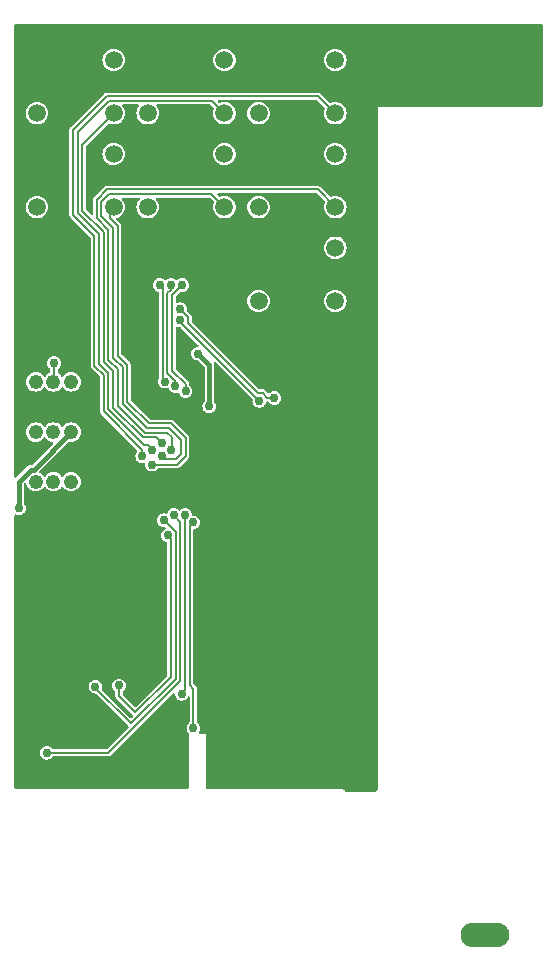
<source format=gbr>
%TF.GenerationSoftware,KiCad,Pcbnew,7.0.10*%
%TF.CreationDate,2024-12-09T12:22:18+01:00*%
%TF.ProjectId,dalmierz,64616c6d-6965-4727-9a2e-6b696361645f,rev?*%
%TF.SameCoordinates,Original*%
%TF.FileFunction,Copper,L2,Bot*%
%TF.FilePolarity,Positive*%
%FSLAX46Y46*%
G04 Gerber Fmt 4.6, Leading zero omitted, Abs format (unit mm)*
G04 Created by KiCad (PCBNEW 7.0.10) date 2024-12-09 12:22:18*
%MOMM*%
%LPD*%
G01*
G04 APERTURE LIST*
%TA.AperFunction,ComponentPad*%
%ADD10R,1.238000X1.238000*%
%TD*%
%TA.AperFunction,ComponentPad*%
%ADD11C,1.238000*%
%TD*%
%TA.AperFunction,ComponentPad*%
%ADD12O,1.700000X1.350000*%
%TD*%
%TA.AperFunction,ComponentPad*%
%ADD13O,1.500000X1.100000*%
%TD*%
%TA.AperFunction,ComponentPad*%
%ADD14R,1.498000X1.498000*%
%TD*%
%TA.AperFunction,ComponentPad*%
%ADD15C,1.498000*%
%TD*%
%TA.AperFunction,ComponentPad*%
%ADD16O,4.140000X2.070000*%
%TD*%
%TA.AperFunction,ViaPad*%
%ADD17C,0.750000*%
%TD*%
%TA.AperFunction,Conductor*%
%ADD18C,0.200000*%
%TD*%
%TA.AperFunction,Conductor*%
%ADD19C,0.400000*%
%TD*%
G04 APERTURE END LIST*
D10*
%TO.P,J2,1,GND*%
%TO.N,GND*%
X130550000Y-102750000D03*
D11*
%TO.P,J2,2,VCC*%
%TO.N,+5V*%
X129050000Y-102750000D03*
%TO.P,J2,3,SDA*%
%TO.N,/SDA0*%
X127550000Y-102750000D03*
%TO.P,J2,4,SCL*%
%TO.N,/SCL0*%
X126050000Y-102750000D03*
%TD*%
D12*
%TO.P,J1,6,Shield*%
%TO.N,GND*%
X125885000Y-82445000D03*
D13*
X128885000Y-82755000D03*
X128885000Y-87595000D03*
D12*
X125885000Y-87905000D03*
%TD*%
D14*
%TO.P,SW2,1*%
%TO.N,GND*%
X135532250Y-67050000D03*
D15*
%TO.P,SW2,2*%
%TO.N,unconnected-(SW2-Pad2)*%
X142032250Y-67050000D03*
%TO.P,SW2,3*%
%TO.N,unconnected-(SW2-Pad3)*%
X135532250Y-71550000D03*
%TO.P,SW2,4*%
%TO.N,/BTN2*%
X142032250Y-71550000D03*
%TD*%
D14*
%TO.P,SW1,1*%
%TO.N,GND*%
X144914500Y-67050000D03*
D15*
%TO.P,SW1,2*%
%TO.N,unconnected-(SW1-Pad2)*%
X151414500Y-67050000D03*
%TO.P,SW1,3*%
%TO.N,unconnected-(SW1-Pad3)*%
X144914500Y-71550000D03*
%TO.P,SW1,4*%
%TO.N,/BTN1*%
X151414500Y-71550000D03*
%TD*%
D14*
%TO.P,SW5,1*%
%TO.N,GND*%
X135532250Y-75000000D03*
D15*
%TO.P,SW5,2*%
%TO.N,unconnected-(SW5-Pad2)*%
X142032250Y-75000000D03*
%TO.P,SW5,3*%
%TO.N,unconnected-(SW5-Pad3)*%
X135532250Y-79500000D03*
%TO.P,SW5,4*%
%TO.N,/BTN5*%
X142032250Y-79500000D03*
%TD*%
D14*
%TO.P,SW3,1*%
%TO.N,GND*%
X126150000Y-67050000D03*
D15*
%TO.P,SW3,2*%
%TO.N,unconnected-(SW3-Pad2)*%
X132650000Y-67050000D03*
%TO.P,SW3,3*%
%TO.N,unconnected-(SW3-Pad3)*%
X126150000Y-71550000D03*
%TO.P,SW3,4*%
%TO.N,/BTN3*%
X132650000Y-71550000D03*
%TD*%
D14*
%TO.P,SW6,1*%
%TO.N,GND*%
X126150000Y-75000000D03*
D15*
%TO.P,SW6,2*%
%TO.N,unconnected-(SW6-Pad2)*%
X132650000Y-75000000D03*
%TO.P,SW6,3*%
%TO.N,unconnected-(SW6-Pad3)*%
X126150000Y-79500000D03*
%TO.P,SW6,4*%
%TO.N,/BTN6*%
X132650000Y-79500000D03*
%TD*%
D10*
%TO.P,J7,1,GND*%
%TO.N,GND*%
X130550000Y-94300000D03*
D11*
%TO.P,J7,2,VCC*%
%TO.N,+3V3*%
X129050000Y-94300000D03*
%TO.P,J7,3,SDA*%
%TO.N,/SDA0*%
X127550000Y-94300000D03*
%TO.P,J7,4,SCL*%
%TO.N,/SCL0*%
X126050000Y-94300000D03*
%TD*%
D16*
%TO.P,BT1,+*%
%TO.N,VBUS*%
X164100000Y-141100000D03*
%TO.P,BT1,-*%
%TO.N,GND*%
X164100000Y-68200000D03*
%TD*%
D14*
%TO.P,SW4,1*%
%TO.N,GND*%
X144914500Y-75000000D03*
D15*
%TO.P,SW4,2*%
%TO.N,unconnected-(SW4-Pad2)*%
X151414500Y-75000000D03*
%TO.P,SW4,3*%
%TO.N,unconnected-(SW4-Pad3)*%
X144914500Y-79500000D03*
%TO.P,SW4,4*%
%TO.N,/BTN4*%
X151414500Y-79500000D03*
%TD*%
D10*
%TO.P,J3,1,GND*%
%TO.N,GND*%
X130550000Y-98550000D03*
D11*
%TO.P,J3,2,VCC*%
%TO.N,+3V3*%
X129050000Y-98550000D03*
%TO.P,J3,3,SDA*%
%TO.N,/SDA0*%
X127550000Y-98550000D03*
%TO.P,J3,4,SCL*%
%TO.N,/SCL0*%
X126050000Y-98550000D03*
%TD*%
D14*
%TO.P,SW7,1*%
%TO.N,GND*%
X144914500Y-82950000D03*
D15*
%TO.P,SW7,2*%
%TO.N,unconnected-(SW7-Pad2)*%
X151414500Y-82950000D03*
%TO.P,SW7,3*%
%TO.N,unconnected-(SW7-Pad3)*%
X144914500Y-87450000D03*
%TO.P,SW7,4*%
%TO.N,Net-(R11-Pad1)*%
X151414500Y-87450000D03*
%TD*%
D17*
%TO.N,/BT_INTERRUPT*%
X127000000Y-125700000D03*
X137735259Y-105576958D03*
%TO.N,GND*%
X151500000Y-114900000D03*
X127500000Y-86500000D03*
X129100000Y-117300000D03*
X141200000Y-90300000D03*
X136700000Y-96200000D03*
X144400000Y-91700000D03*
X143500000Y-103400000D03*
X134900000Y-102400000D03*
X152100000Y-100000000D03*
X142700000Y-105900000D03*
X140600000Y-110200000D03*
X146800000Y-91700000D03*
X136800000Y-125700000D03*
X150100000Y-120800000D03*
X126900000Y-123700000D03*
X150800000Y-91500000D03*
X150425000Y-108000000D03*
X140100000Y-84600000D03*
X126300000Y-113200000D03*
X132100000Y-116700000D03*
X127000000Y-122200000D03*
X135200000Y-82900000D03*
X130700000Y-109000000D03*
X136900000Y-127700000D03*
X145900000Y-111800000D03*
%TO.N,/BT_POWER_DOWN*%
X131100000Y-120100000D03*
X136889798Y-106010202D03*
%TO.N,/BT_LOW_POWER*%
X133100000Y-120000000D03*
X137225000Y-107300000D03*
%TO.N,+3V3*%
X139800000Y-91900000D03*
X140741330Y-96358670D03*
X124625000Y-105000000D03*
%TO.N,/UART0_TX*%
X138686063Y-105573264D03*
X138400000Y-120700000D03*
%TO.N,/UART0_RX*%
X139400000Y-106200000D03*
X139400000Y-123600000D03*
%TO.N,/QSPI_SS*%
X138734953Y-95076386D03*
X138450003Y-86100000D03*
%TO.N,/QSPI_SD1*%
X137873911Y-94675000D03*
X137500000Y-86100000D03*
%TO.N,/QSPI_SD2*%
X137000000Y-94275000D03*
X136549997Y-86100000D03*
%TO.N,/SDA0*%
X127600000Y-92706000D03*
%TO.N,/USB_DPX*%
X138275000Y-89100000D03*
X144975000Y-95900000D03*
%TO.N,/USB_DMX*%
X146257016Y-95657016D03*
X138275000Y-88149997D03*
%TO.N,/BTN1*%
X135070187Y-100591823D03*
%TO.N,/BTN2*%
X135857996Y-100060916D03*
%TO.N,/BTN3*%
X136700000Y-99500000D03*
%TO.N,/BTN4*%
X137505600Y-100096500D03*
%TO.N,/BTN5*%
X136700000Y-100600000D03*
%TO.N,/BTN6*%
X135900000Y-101300000D03*
%TD*%
D18*
%TO.N,/BT_INTERRUPT*%
X138300000Y-119600000D02*
X132200000Y-125700000D01*
X137735259Y-105576958D02*
X138300000Y-106141699D01*
X138300000Y-106141699D02*
X138300000Y-119600000D01*
X132200000Y-125700000D02*
X127000000Y-125700000D01*
%TO.N,/BT_POWER_DOWN*%
X136889798Y-106010202D02*
X137900000Y-107020404D01*
X137900000Y-107020404D02*
X137900000Y-115634314D01*
X137900000Y-115634314D02*
X137900000Y-119434314D01*
X131100000Y-120200000D02*
X131100000Y-120100000D01*
X137900000Y-119434314D02*
X134117157Y-123217157D01*
X134117157Y-123217157D02*
X131100000Y-120200000D01*
%TO.N,/BT_LOW_POWER*%
X137500000Y-119268628D02*
X134484314Y-122284314D01*
X134484314Y-122284314D02*
X133100000Y-120900000D01*
X137500000Y-115468628D02*
X137500000Y-119268628D01*
X133100000Y-120900000D02*
X133100000Y-120000000D01*
X137225000Y-107300000D02*
X137500000Y-107575000D01*
X137500000Y-107575000D02*
X137500000Y-115468628D01*
D19*
%TO.N,+3V3*%
X125869000Y-101731000D02*
X125627916Y-101731000D01*
X125627916Y-101731000D02*
X124625000Y-102733916D01*
X129050000Y-98550000D02*
X125869000Y-101731000D01*
X124625000Y-102733916D02*
X124625000Y-105000000D01*
X140741330Y-92841330D02*
X140741330Y-96358670D01*
X139800000Y-91900000D02*
X140741330Y-92841330D01*
D18*
%TO.N,/UART0_TX*%
X138700000Y-120400000D02*
X138400000Y-120700000D01*
X138700000Y-105587201D02*
X138700000Y-117325000D01*
X138700000Y-117325000D02*
X138700000Y-120400000D01*
X138686063Y-105573264D02*
X138700000Y-105587201D01*
%TO.N,/UART0_RX*%
X139400000Y-106200000D02*
X139100000Y-106500000D01*
X139100000Y-106500000D02*
X139100000Y-120000000D01*
X139400000Y-120300000D02*
X139400000Y-123600000D01*
X139100000Y-120000000D02*
X139400000Y-120300000D01*
%TO.N,/QSPI_SS*%
X137600000Y-86954595D02*
X138450003Y-86104592D01*
X138734953Y-94489672D02*
X137600000Y-93354719D01*
X138734953Y-95076386D02*
X138734953Y-94489672D01*
X138450003Y-86104592D02*
X138450003Y-86100000D01*
X137600000Y-93354719D02*
X137600000Y-86954595D01*
%TO.N,/QSPI_SD1*%
X137200000Y-86788910D02*
X137500000Y-86488910D01*
X137873911Y-94194316D02*
X137200000Y-93520404D01*
X137873911Y-94675000D02*
X137873911Y-94194316D01*
X137500000Y-86488910D02*
X137500000Y-86100000D01*
X137200000Y-93520404D02*
X137200000Y-86788910D01*
%TO.N,/QSPI_SD2*%
X136800000Y-86350003D02*
X136800000Y-94075000D01*
X136800000Y-94075000D02*
X137000000Y-94275000D01*
X136549997Y-86100000D02*
X136800000Y-86350003D01*
%TO.N,/SDA0*%
X127600000Y-92706000D02*
X127600000Y-94250000D01*
X127600000Y-94250000D02*
X127550000Y-94300000D01*
%TO.N,/USB_DPX*%
X138275000Y-89200000D02*
X144975000Y-95900000D01*
X138275000Y-89100000D02*
X138275000Y-89200000D01*
%TO.N,/USB_DMX*%
X144865686Y-95225000D02*
X138950000Y-89309314D01*
X145650000Y-95620405D02*
X145254595Y-95225000D01*
X145254595Y-95225000D02*
X144865686Y-95225000D01*
X138279592Y-88149997D02*
X138275000Y-88149997D01*
X138950000Y-88820405D02*
X138279592Y-88149997D01*
X145650000Y-95657016D02*
X145650000Y-95620405D01*
X138950000Y-89309314D02*
X138950000Y-88820405D01*
X146257016Y-95657016D02*
X145650000Y-95657016D01*
%TO.N,/BTN1*%
X131800000Y-93712000D02*
X131000000Y-92912000D01*
X149965500Y-70101000D02*
X151414500Y-71550000D01*
X131000000Y-81948000D02*
X129200000Y-80147999D01*
X131800000Y-96800000D02*
X131800000Y-93712000D01*
X131000000Y-92912000D02*
X131000000Y-81948000D01*
X135070187Y-100070187D02*
X131800000Y-96800000D01*
X129200000Y-72950803D02*
X132049803Y-70101000D01*
X135070187Y-100591823D02*
X135070187Y-100070187D01*
X132049803Y-70101000D02*
X149965500Y-70101000D01*
X129200000Y-80147999D02*
X129200000Y-72950803D01*
%TO.N,/BTN2*%
X135579595Y-99625000D02*
X135190686Y-99625000D01*
X131400000Y-81782315D02*
X129600000Y-79982313D01*
X129600000Y-79982313D02*
X129600000Y-73116489D01*
X132200000Y-96634314D02*
X132200000Y-93546314D01*
X135190686Y-99625000D02*
X132200000Y-96634314D01*
X135857996Y-100060916D02*
X135857996Y-99903401D01*
X129600000Y-73116489D02*
X132215489Y-70501000D01*
X131400000Y-92746313D02*
X131400000Y-81782315D01*
X135857996Y-99903401D02*
X135579595Y-99625000D01*
X140983250Y-70501000D02*
X142032250Y-71550000D01*
X132200000Y-93546314D02*
X131400000Y-92746313D01*
X132215489Y-70501000D02*
X140983250Y-70501000D01*
%TO.N,/BTN3*%
X132600000Y-93380628D02*
X131800000Y-92580628D01*
X131800000Y-92580628D02*
X131800000Y-81616629D01*
X132600000Y-96468628D02*
X132600000Y-93380628D01*
X136193853Y-98993853D02*
X135125225Y-98993853D01*
X130000000Y-79816628D02*
X130000000Y-74200000D01*
X130000000Y-74200000D02*
X132650000Y-71550000D01*
X136700000Y-99500000D02*
X136193853Y-98993853D01*
X131800000Y-81616629D02*
X130000000Y-79816628D01*
X135125225Y-98993853D02*
X132600000Y-96468628D01*
%TO.N,/BTN4*%
X132100804Y-78000000D02*
X149914500Y-78000000D01*
X132200000Y-81450944D02*
X131201000Y-80451942D01*
X137505600Y-100096500D02*
X137549121Y-100052979D01*
X131201000Y-78899803D02*
X132100804Y-78000000D01*
X133000000Y-96302942D02*
X133000000Y-93214942D01*
X137549121Y-100052979D02*
X137549121Y-98994455D01*
X133000000Y-93214942D02*
X132200000Y-92414940D01*
X131201000Y-80451942D02*
X131201000Y-78899803D01*
X137148519Y-98593853D02*
X135290911Y-98593853D01*
X149914500Y-78000000D02*
X151414500Y-79500000D01*
X135290911Y-98593853D02*
X133000000Y-96302942D01*
X132200000Y-92414940D02*
X132200000Y-81450944D01*
X137549121Y-98994455D02*
X137148519Y-98593853D01*
%TO.N,/BTN5*%
X133400000Y-96137256D02*
X133400000Y-93049256D01*
X137314204Y-98193853D02*
X135456597Y-98193853D01*
X136700000Y-100600000D02*
X136900000Y-100800000D01*
X132600000Y-81285258D02*
X131601000Y-80286257D01*
X136900000Y-100800000D02*
X137934314Y-100800000D01*
X137934314Y-100800000D02*
X138358009Y-100376305D01*
X133400000Y-93049256D02*
X132600000Y-92249255D01*
X131601000Y-79065489D02*
X132266489Y-78400000D01*
X138358009Y-100376305D02*
X138358009Y-99237658D01*
X138358009Y-99237658D02*
X137314204Y-98193853D01*
X132600000Y-92249255D02*
X132600000Y-81285258D01*
X135456597Y-98193853D02*
X133400000Y-96137256D01*
X140932250Y-78400000D02*
X142032250Y-79500000D01*
X131601000Y-80286257D02*
X131601000Y-79065489D01*
X132266489Y-78400000D02*
X140932250Y-78400000D01*
%TO.N,/BTN6*%
X133800000Y-92883570D02*
X133000000Y-92083570D01*
X138758009Y-100541991D02*
X138758009Y-99071972D01*
X133000000Y-92083570D02*
X133000000Y-81119572D01*
X133800000Y-95971570D02*
X133800000Y-92883570D01*
X133000000Y-81119572D02*
X132300000Y-80419572D01*
X132300000Y-80419572D02*
X132300000Y-79850000D01*
X135622283Y-97793853D02*
X133800000Y-95971570D01*
X137479889Y-97793853D02*
X135622283Y-97793853D01*
X138758009Y-99071972D02*
X137479889Y-97793853D01*
X135900000Y-101300000D02*
X138000000Y-101300000D01*
X132300000Y-79850000D02*
X132650000Y-79500000D01*
X138000000Y-101300000D02*
X138758009Y-100541991D01*
%TD*%
%TA.AperFunction,Conductor*%
%TO.N,GND*%
G36*
X168809561Y-64001902D02*
G01*
X168857222Y-64011382D01*
X168892908Y-64026163D01*
X168925050Y-64047640D01*
X168952359Y-64074949D01*
X168968430Y-64099000D01*
X168973835Y-64107089D01*
X168988616Y-64142775D01*
X168998097Y-64190436D01*
X169000000Y-64209751D01*
X169000000Y-70790248D01*
X168998097Y-70809563D01*
X168988616Y-70857224D01*
X168973835Y-70892910D01*
X168952362Y-70925047D01*
X168925047Y-70952362D01*
X168892910Y-70973835D01*
X168857224Y-70988616D01*
X168809563Y-70998097D01*
X168790248Y-71000000D01*
X155000000Y-71000000D01*
X155000000Y-71199999D01*
X155000000Y-128790248D01*
X154998097Y-128809563D01*
X154988616Y-128857224D01*
X154973835Y-128892910D01*
X154952362Y-128925047D01*
X154925047Y-128952362D01*
X154892910Y-128973835D01*
X154857224Y-128988616D01*
X154809563Y-128998097D01*
X154790248Y-129000000D01*
X152336655Y-129000000D01*
X152278464Y-128981093D01*
X152242500Y-128931593D01*
X152239558Y-128920316D01*
X152235966Y-128902262D01*
X152235966Y-128902260D01*
X152229719Y-128892910D01*
X152180602Y-128819400D01*
X152180599Y-128819397D01*
X152097742Y-128764035D01*
X152097741Y-128764034D01*
X152097740Y-128764034D01*
X152024674Y-128749500D01*
X152024673Y-128749499D01*
X152000000Y-128744592D01*
X151984887Y-128747598D01*
X151965574Y-128749500D01*
X140599000Y-128749500D01*
X140540809Y-128730593D01*
X140504845Y-128681093D01*
X140500000Y-128650500D01*
X140500000Y-124100001D01*
X140500000Y-124100000D01*
X140499999Y-124100000D01*
X139942490Y-124100000D01*
X139884299Y-124081093D01*
X139848335Y-124031593D01*
X139848335Y-123970407D01*
X139863946Y-123940734D01*
X139902698Y-123890233D01*
X139960687Y-123750236D01*
X139980466Y-123600000D01*
X139960687Y-123449764D01*
X139902698Y-123309767D01*
X139810451Y-123189549D01*
X139810446Y-123189545D01*
X139810444Y-123189543D01*
X139739232Y-123134899D01*
X139704577Y-123084474D01*
X139700500Y-123056358D01*
X139700500Y-120365168D01*
X139702731Y-120351495D01*
X139701505Y-120351324D01*
X139702773Y-120342232D01*
X139700606Y-120295357D01*
X139700500Y-120290785D01*
X139700500Y-120272160D01*
X139700500Y-120272156D01*
X139700478Y-120272042D01*
X139698898Y-120258430D01*
X139697585Y-120230008D01*
X139693615Y-120221017D01*
X139686864Y-120199215D01*
X139685061Y-120189568D01*
X139685061Y-120189567D01*
X139670085Y-120165379D01*
X139663698Y-120153262D01*
X139652206Y-120127235D01*
X139652205Y-120127233D01*
X139645256Y-120120284D01*
X139631090Y-120102399D01*
X139625919Y-120094048D01*
X139603221Y-120076907D01*
X139592879Y-120067908D01*
X139429496Y-119904525D01*
X139401719Y-119850008D01*
X139400500Y-119834521D01*
X139400500Y-106867220D01*
X139419407Y-106809029D01*
X139468907Y-106773065D01*
X139486573Y-106769068D01*
X139550236Y-106760687D01*
X139690233Y-106702698D01*
X139810451Y-106610451D01*
X139902698Y-106490233D01*
X139960687Y-106350236D01*
X139980466Y-106200000D01*
X139960687Y-106049764D01*
X139902698Y-105909767D01*
X139810451Y-105789549D01*
X139690233Y-105697302D01*
X139550236Y-105639313D01*
X139550234Y-105639312D01*
X139550232Y-105639312D01*
X139400001Y-105619534D01*
X139399996Y-105619534D01*
X139372940Y-105623095D01*
X139312779Y-105611943D01*
X139270664Y-105567560D01*
X139261868Y-105537864D01*
X139259753Y-105521802D01*
X139246750Y-105423028D01*
X139188761Y-105283031D01*
X139096514Y-105162813D01*
X138976296Y-105070566D01*
X138836299Y-105012577D01*
X138836297Y-105012576D01*
X138836295Y-105012576D01*
X138686064Y-104992798D01*
X138686062Y-104992798D01*
X138535830Y-105012576D01*
X138535824Y-105012578D01*
X138395831Y-105070565D01*
X138395830Y-105070566D01*
X138275612Y-105162813D01*
X138275611Y-105162814D01*
X138270465Y-105166763D01*
X138268950Y-105164789D01*
X138223967Y-105187694D01*
X138163538Y-105178104D01*
X138148241Y-105168450D01*
X138145711Y-105166509D01*
X138145710Y-105166507D01*
X138025492Y-105074260D01*
X137885495Y-105016271D01*
X137885493Y-105016270D01*
X137885491Y-105016270D01*
X137735260Y-104996492D01*
X137735258Y-104996492D01*
X137585026Y-105016270D01*
X137585020Y-105016272D01*
X137445027Y-105074259D01*
X137324810Y-105166505D01*
X137324806Y-105166509D01*
X137232560Y-105286726D01*
X137184696Y-105402279D01*
X137144959Y-105448805D01*
X137085464Y-105463088D01*
X137055349Y-105455858D01*
X137040038Y-105449516D01*
X137040030Y-105449514D01*
X136889799Y-105429736D01*
X136889797Y-105429736D01*
X136739565Y-105449514D01*
X136739559Y-105449516D01*
X136599566Y-105507503D01*
X136479349Y-105599749D01*
X136479345Y-105599753D01*
X136387099Y-105719970D01*
X136329112Y-105859963D01*
X136329110Y-105859969D01*
X136309332Y-106010201D01*
X136309332Y-106010202D01*
X136327421Y-106147606D01*
X136329111Y-106160438D01*
X136387100Y-106300435D01*
X136479347Y-106420653D01*
X136599565Y-106512900D01*
X136739562Y-106570889D01*
X136889798Y-106590668D01*
X136941462Y-106583866D01*
X137001622Y-106595016D01*
X137043740Y-106639398D01*
X137051726Y-106700060D01*
X137022532Y-106753831D01*
X136992270Y-106773483D01*
X136934768Y-106797301D01*
X136814551Y-106889547D01*
X136814547Y-106889551D01*
X136722301Y-107009768D01*
X136664314Y-107149761D01*
X136664312Y-107149767D01*
X136644534Y-107299999D01*
X136644534Y-107300000D01*
X136664313Y-107450236D01*
X136722302Y-107590233D01*
X136814549Y-107710451D01*
X136934767Y-107802698D01*
X137074764Y-107860687D01*
X137113421Y-107865776D01*
X137168647Y-107892116D01*
X137197842Y-107945887D01*
X137199500Y-107963929D01*
X137199500Y-119103149D01*
X137180593Y-119161340D01*
X137170504Y-119173153D01*
X134554318Y-121789339D01*
X134499801Y-121817116D01*
X134439369Y-121807545D01*
X134414310Y-121789339D01*
X133429496Y-120804525D01*
X133401719Y-120750008D01*
X133400500Y-120734521D01*
X133400500Y-120543640D01*
X133419407Y-120485449D01*
X133439233Y-120465098D01*
X133510451Y-120410451D01*
X133602698Y-120290233D01*
X133660687Y-120150236D01*
X133680466Y-120000000D01*
X133660687Y-119849764D01*
X133602698Y-119709767D01*
X133510451Y-119589549D01*
X133390233Y-119497302D01*
X133250236Y-119439313D01*
X133250234Y-119439312D01*
X133250232Y-119439312D01*
X133100001Y-119419534D01*
X133099999Y-119419534D01*
X132949767Y-119439312D01*
X132949761Y-119439314D01*
X132809768Y-119497301D01*
X132689551Y-119589547D01*
X132689547Y-119589551D01*
X132597301Y-119709768D01*
X132539314Y-119849761D01*
X132539312Y-119849767D01*
X132519534Y-119999999D01*
X132519534Y-120000000D01*
X132539312Y-120150232D01*
X132539314Y-120150238D01*
X132589771Y-120272053D01*
X132597302Y-120290233D01*
X132689549Y-120410451D01*
X132749135Y-120456173D01*
X132760767Y-120465098D01*
X132795423Y-120515522D01*
X132799500Y-120543640D01*
X132799500Y-120834835D01*
X132797280Y-120848513D01*
X132798494Y-120848683D01*
X132797226Y-120857766D01*
X132799394Y-120904641D01*
X132799500Y-120909213D01*
X132799500Y-120927844D01*
X132799522Y-120927966D01*
X132801101Y-120941577D01*
X132802414Y-120969987D01*
X132802415Y-120969994D01*
X132806384Y-120978982D01*
X132813132Y-121000772D01*
X132814939Y-121010433D01*
X132816416Y-121012818D01*
X132829912Y-121034617D01*
X132836301Y-121046738D01*
X132847794Y-121072765D01*
X132854745Y-121079716D01*
X132868907Y-121097596D01*
X132874081Y-121105952D01*
X132896781Y-121123094D01*
X132907117Y-121132088D01*
X134232426Y-122457398D01*
X134248907Y-122479223D01*
X134249125Y-122479613D01*
X134264245Y-122492169D01*
X134296935Y-122543889D01*
X134292981Y-122604946D01*
X134271004Y-122638337D01*
X134187160Y-122722181D01*
X134132643Y-122749958D01*
X134072211Y-122740387D01*
X134047155Y-122722183D01*
X131682424Y-120357453D01*
X131654648Y-120302937D01*
X131660109Y-120256797D01*
X131659008Y-120256502D01*
X131660687Y-120250236D01*
X131680466Y-120100000D01*
X131680466Y-120099999D01*
X131675521Y-120062441D01*
X131660687Y-119949764D01*
X131602698Y-119809767D01*
X131510451Y-119689549D01*
X131390233Y-119597302D01*
X131250236Y-119539313D01*
X131250234Y-119539312D01*
X131250232Y-119539312D01*
X131100001Y-119519534D01*
X131099999Y-119519534D01*
X130949767Y-119539312D01*
X130949761Y-119539314D01*
X130809768Y-119597301D01*
X130689551Y-119689547D01*
X130689547Y-119689551D01*
X130597301Y-119809768D01*
X130539314Y-119949761D01*
X130539312Y-119949767D01*
X130519534Y-120099999D01*
X130519534Y-120100000D01*
X130536649Y-120230006D01*
X130539313Y-120250236D01*
X130597302Y-120390233D01*
X130689549Y-120510451D01*
X130809767Y-120602698D01*
X130949764Y-120660687D01*
X131100000Y-120680466D01*
X131100626Y-120680383D01*
X131101072Y-120680466D01*
X131106490Y-120680466D01*
X131106490Y-120681469D01*
X131160786Y-120691527D01*
X131183560Y-120708531D01*
X133865267Y-123390238D01*
X133881749Y-123412064D01*
X133881965Y-123412453D01*
X133881967Y-123412455D01*
X133881968Y-123412456D01*
X133897088Y-123425012D01*
X133929778Y-123476732D01*
X133925824Y-123537789D01*
X133903847Y-123571180D01*
X132104525Y-125370504D01*
X132050008Y-125398281D01*
X132034521Y-125399500D01*
X127543641Y-125399500D01*
X127485450Y-125380593D01*
X127465101Y-125360770D01*
X127410451Y-125289549D01*
X127290233Y-125197302D01*
X127150236Y-125139313D01*
X127150234Y-125139312D01*
X127150232Y-125139312D01*
X127000001Y-125119534D01*
X126999999Y-125119534D01*
X126849767Y-125139312D01*
X126849761Y-125139314D01*
X126709768Y-125197301D01*
X126589551Y-125289547D01*
X126589547Y-125289551D01*
X126497301Y-125409768D01*
X126439314Y-125549761D01*
X126439312Y-125549767D01*
X126419534Y-125699999D01*
X126419534Y-125700000D01*
X126439313Y-125850236D01*
X126497302Y-125990233D01*
X126589549Y-126110451D01*
X126709767Y-126202698D01*
X126849764Y-126260687D01*
X126962441Y-126275521D01*
X126999999Y-126280466D01*
X127000000Y-126280466D01*
X127000001Y-126280466D01*
X127030047Y-126276510D01*
X127150236Y-126260687D01*
X127290233Y-126202698D01*
X127410451Y-126110451D01*
X127465100Y-126039231D01*
X127515524Y-126004577D01*
X127543641Y-126000500D01*
X132134836Y-126000500D01*
X132148511Y-126002732D01*
X132148683Y-126001506D01*
X132157764Y-126002772D01*
X132157765Y-126002773D01*
X132157765Y-126002772D01*
X132157766Y-126002773D01*
X132204642Y-126000606D01*
X132209214Y-126000500D01*
X132227842Y-126000500D01*
X132227844Y-126000500D01*
X132227948Y-126000480D01*
X132241571Y-125998898D01*
X132269992Y-125997585D01*
X132278976Y-125993617D01*
X132300777Y-125986865D01*
X132310433Y-125985061D01*
X132334618Y-125970086D01*
X132346728Y-125963701D01*
X132372765Y-125952206D01*
X132379709Y-125945260D01*
X132397601Y-125931089D01*
X132405952Y-125925919D01*
X132423089Y-125903223D01*
X132432082Y-125892887D01*
X137654947Y-120670022D01*
X137709462Y-120642247D01*
X137769894Y-120651818D01*
X137813159Y-120695083D01*
X137823102Y-120727105D01*
X137839312Y-120850233D01*
X137839312Y-120850235D01*
X137839313Y-120850236D01*
X137897302Y-120990233D01*
X137989549Y-121110451D01*
X138109767Y-121202698D01*
X138249764Y-121260687D01*
X138362441Y-121275521D01*
X138399999Y-121280466D01*
X138400000Y-121280466D01*
X138400001Y-121280466D01*
X138430047Y-121276510D01*
X138550236Y-121260687D01*
X138690233Y-121202698D01*
X138810451Y-121110451D01*
X138902698Y-120990233D01*
X138904783Y-120985197D01*
X138909036Y-120974933D01*
X138948772Y-120928407D01*
X139008267Y-120914123D01*
X139064795Y-120937538D01*
X139096765Y-120989707D01*
X139099500Y-121012818D01*
X139099500Y-123056358D01*
X139080593Y-123114549D01*
X139060768Y-123134899D01*
X138989555Y-123189543D01*
X138989547Y-123189551D01*
X138897301Y-123309768D01*
X138839314Y-123449761D01*
X138839312Y-123449767D01*
X138834179Y-123488759D01*
X138819534Y-123600000D01*
X138839313Y-123750236D01*
X138897302Y-123890233D01*
X138980113Y-123998154D01*
X139000537Y-124055829D01*
X138999600Y-124058993D01*
X139000000Y-124058993D01*
X139000000Y-128650500D01*
X138981093Y-128708691D01*
X138931593Y-128744655D01*
X138901000Y-128749500D01*
X124349500Y-128749500D01*
X124291309Y-128730593D01*
X124255345Y-128681093D01*
X124250500Y-128650500D01*
X124250500Y-105615957D01*
X124269407Y-105557766D01*
X124318907Y-105521802D01*
X124380093Y-105521802D01*
X124387372Y-105524487D01*
X124474764Y-105560687D01*
X124570296Y-105573264D01*
X124624999Y-105580466D01*
X124625000Y-105580466D01*
X124625001Y-105580466D01*
X124679704Y-105573264D01*
X124775236Y-105560687D01*
X124915233Y-105502698D01*
X125035451Y-105410451D01*
X125127698Y-105290233D01*
X125185687Y-105150236D01*
X125205466Y-105000000D01*
X125185687Y-104849764D01*
X125127698Y-104709767D01*
X125045957Y-104603241D01*
X125025534Y-104545566D01*
X125025500Y-104542974D01*
X125025500Y-102940814D01*
X125044407Y-102882623D01*
X125054485Y-102870822D01*
X125074890Y-102850417D01*
X125129404Y-102822642D01*
X125189836Y-102832213D01*
X125233101Y-102875478D01*
X125243268Y-102909338D01*
X125245990Y-102933504D01*
X125245993Y-102933516D01*
X125306983Y-103107816D01*
X125405230Y-103264176D01*
X125405235Y-103264183D01*
X125535817Y-103394765D01*
X125535820Y-103394767D01*
X125535819Y-103394767D01*
X125692183Y-103493016D01*
X125866483Y-103554006D01*
X125866487Y-103554007D01*
X125866490Y-103554008D01*
X125866491Y-103554008D01*
X125866495Y-103554009D01*
X126049996Y-103574685D01*
X126050000Y-103574685D01*
X126050004Y-103574685D01*
X126233504Y-103554009D01*
X126233506Y-103554008D01*
X126233510Y-103554008D01*
X126407817Y-103493016D01*
X126564183Y-103394765D01*
X126694765Y-103264183D01*
X126716174Y-103230111D01*
X126763142Y-103190898D01*
X126824188Y-103186781D01*
X126875996Y-103219333D01*
X126883826Y-103230111D01*
X126905230Y-103264176D01*
X126905232Y-103264179D01*
X126905235Y-103264183D01*
X127035817Y-103394765D01*
X127035820Y-103394767D01*
X127035819Y-103394767D01*
X127192183Y-103493016D01*
X127366483Y-103554006D01*
X127366487Y-103554007D01*
X127366490Y-103554008D01*
X127366491Y-103554008D01*
X127366495Y-103554009D01*
X127549996Y-103574685D01*
X127550000Y-103574685D01*
X127550004Y-103574685D01*
X127733504Y-103554009D01*
X127733506Y-103554008D01*
X127733510Y-103554008D01*
X127907817Y-103493016D01*
X128064183Y-103394765D01*
X128194765Y-103264183D01*
X128216174Y-103230111D01*
X128263142Y-103190898D01*
X128324188Y-103186781D01*
X128375996Y-103219333D01*
X128383826Y-103230111D01*
X128405230Y-103264176D01*
X128405232Y-103264179D01*
X128405235Y-103264183D01*
X128535817Y-103394765D01*
X128535820Y-103394767D01*
X128535819Y-103394767D01*
X128692183Y-103493016D01*
X128866483Y-103554006D01*
X128866487Y-103554007D01*
X128866490Y-103554008D01*
X128866491Y-103554008D01*
X128866495Y-103554009D01*
X129049996Y-103574685D01*
X129050000Y-103574685D01*
X129050004Y-103574685D01*
X129233504Y-103554009D01*
X129233506Y-103554008D01*
X129233510Y-103554008D01*
X129407817Y-103493016D01*
X129564183Y-103394765D01*
X129694765Y-103264183D01*
X129793016Y-103107817D01*
X129854008Y-102933510D01*
X129856732Y-102909338D01*
X129874685Y-102750004D01*
X129874685Y-102749995D01*
X129854009Y-102566495D01*
X129854006Y-102566483D01*
X129793016Y-102392183D01*
X129694767Y-102235820D01*
X129694766Y-102235819D01*
X129694765Y-102235817D01*
X129564183Y-102105235D01*
X129564180Y-102105233D01*
X129564179Y-102105232D01*
X129564180Y-102105232D01*
X129407816Y-102006983D01*
X129233516Y-101945993D01*
X129233504Y-101945990D01*
X129050004Y-101925315D01*
X129049996Y-101925315D01*
X128866495Y-101945990D01*
X128866483Y-101945993D01*
X128692183Y-102006983D01*
X128535820Y-102105232D01*
X128405230Y-102235822D01*
X128383825Y-102269889D01*
X128336856Y-102309101D01*
X128275809Y-102313216D01*
X128224003Y-102280663D01*
X128216175Y-102269889D01*
X128194769Y-102235822D01*
X128194766Y-102235819D01*
X128194765Y-102235817D01*
X128064183Y-102105235D01*
X128064180Y-102105233D01*
X128064179Y-102105232D01*
X128064180Y-102105232D01*
X127907816Y-102006983D01*
X127733516Y-101945993D01*
X127733504Y-101945990D01*
X127550004Y-101925315D01*
X127549996Y-101925315D01*
X127366495Y-101945990D01*
X127366483Y-101945993D01*
X127192183Y-102006983D01*
X127035820Y-102105232D01*
X126905230Y-102235822D01*
X126883825Y-102269889D01*
X126836856Y-102309101D01*
X126775809Y-102313216D01*
X126724003Y-102280663D01*
X126716175Y-102269889D01*
X126694769Y-102235822D01*
X126694766Y-102235819D01*
X126694765Y-102235817D01*
X126564183Y-102105235D01*
X126564180Y-102105233D01*
X126564179Y-102105232D01*
X126564180Y-102105232D01*
X126407816Y-102006983D01*
X126372514Y-101994631D01*
X126323834Y-101957566D01*
X126306237Y-101898966D01*
X126326445Y-101841214D01*
X126335201Y-101831190D01*
X128784152Y-99382238D01*
X128838667Y-99354463D01*
X128865239Y-99353867D01*
X129049996Y-99374685D01*
X129050000Y-99374685D01*
X129050004Y-99374685D01*
X129233504Y-99354009D01*
X129233506Y-99354008D01*
X129233510Y-99354008D01*
X129407817Y-99293016D01*
X129564183Y-99194765D01*
X129694765Y-99064183D01*
X129793016Y-98907817D01*
X129854008Y-98733510D01*
X129874685Y-98550000D01*
X129874685Y-98549995D01*
X129854009Y-98366495D01*
X129854006Y-98366483D01*
X129793016Y-98192183D01*
X129694767Y-98035820D01*
X129694766Y-98035819D01*
X129694765Y-98035817D01*
X129564183Y-97905235D01*
X129564180Y-97905233D01*
X129564179Y-97905232D01*
X129564180Y-97905232D01*
X129407816Y-97806983D01*
X129233516Y-97745993D01*
X129233504Y-97745990D01*
X129050004Y-97725315D01*
X129049996Y-97725315D01*
X128866495Y-97745990D01*
X128866483Y-97745993D01*
X128692183Y-97806983D01*
X128535820Y-97905232D01*
X128405230Y-98035822D01*
X128383825Y-98069889D01*
X128336856Y-98109101D01*
X128275809Y-98113216D01*
X128224003Y-98080663D01*
X128216175Y-98069889D01*
X128194769Y-98035822D01*
X128194766Y-98035819D01*
X128194765Y-98035817D01*
X128064183Y-97905235D01*
X128064180Y-97905233D01*
X128064179Y-97905232D01*
X128064180Y-97905232D01*
X127907816Y-97806983D01*
X127733516Y-97745993D01*
X127733504Y-97745990D01*
X127550004Y-97725315D01*
X127549996Y-97725315D01*
X127366495Y-97745990D01*
X127366483Y-97745993D01*
X127192183Y-97806983D01*
X127035820Y-97905232D01*
X126905230Y-98035822D01*
X126883825Y-98069889D01*
X126836856Y-98109101D01*
X126775809Y-98113216D01*
X126724003Y-98080663D01*
X126716175Y-98069889D01*
X126694769Y-98035822D01*
X126694766Y-98035819D01*
X126694765Y-98035817D01*
X126564183Y-97905235D01*
X126564180Y-97905233D01*
X126564179Y-97905232D01*
X126564180Y-97905232D01*
X126407816Y-97806983D01*
X126233516Y-97745993D01*
X126233504Y-97745990D01*
X126050004Y-97725315D01*
X126049996Y-97725315D01*
X125866495Y-97745990D01*
X125866483Y-97745993D01*
X125692183Y-97806983D01*
X125535820Y-97905232D01*
X125405232Y-98035820D01*
X125306983Y-98192183D01*
X125245993Y-98366483D01*
X125245990Y-98366495D01*
X125225315Y-98549995D01*
X125225315Y-98550004D01*
X125245990Y-98733504D01*
X125245993Y-98733516D01*
X125306983Y-98907816D01*
X125405230Y-99064176D01*
X125405235Y-99064183D01*
X125535817Y-99194765D01*
X125535820Y-99194767D01*
X125535819Y-99194767D01*
X125692183Y-99293016D01*
X125866483Y-99354006D01*
X125866487Y-99354007D01*
X125866490Y-99354008D01*
X125866491Y-99354008D01*
X125866495Y-99354009D01*
X126049996Y-99374685D01*
X126050000Y-99374685D01*
X126050004Y-99374685D01*
X126233504Y-99354009D01*
X126233506Y-99354008D01*
X126233510Y-99354008D01*
X126407817Y-99293016D01*
X126564183Y-99194765D01*
X126694765Y-99064183D01*
X126716174Y-99030111D01*
X126763142Y-98990898D01*
X126824188Y-98986781D01*
X126875996Y-99019333D01*
X126883826Y-99030111D01*
X126905230Y-99064176D01*
X126905232Y-99064179D01*
X126905235Y-99064183D01*
X127035817Y-99194765D01*
X127035820Y-99194767D01*
X127035819Y-99194767D01*
X127192183Y-99293016D01*
X127366483Y-99354006D01*
X127366487Y-99354007D01*
X127366490Y-99354008D01*
X127443610Y-99362697D01*
X127499315Y-99388000D01*
X127529511Y-99441215D01*
X127522661Y-99502016D01*
X127502527Y-99531078D01*
X125732103Y-101301504D01*
X125677586Y-101329281D01*
X125662099Y-101330500D01*
X125592319Y-101330500D01*
X125592295Y-101330501D01*
X125564479Y-101330501D01*
X125541542Y-101337954D01*
X125526440Y-101341580D01*
X125502609Y-101345354D01*
X125481114Y-101356306D01*
X125466769Y-101362248D01*
X125443827Y-101369703D01*
X125424309Y-101383884D01*
X125411066Y-101391999D01*
X125389574Y-101402950D01*
X125389572Y-101402951D01*
X125367006Y-101425516D01*
X125367007Y-101425517D01*
X124419504Y-102373019D01*
X124364987Y-102400796D01*
X124304555Y-102391225D01*
X124261290Y-102347960D01*
X124250500Y-102303015D01*
X124250500Y-94300004D01*
X125225315Y-94300004D01*
X125245990Y-94483504D01*
X125245993Y-94483516D01*
X125306983Y-94657816D01*
X125405230Y-94814176D01*
X125405235Y-94814183D01*
X125535817Y-94944765D01*
X125535820Y-94944767D01*
X125535819Y-94944767D01*
X125692183Y-95043016D01*
X125866483Y-95104006D01*
X125866487Y-95104007D01*
X125866490Y-95104008D01*
X125866491Y-95104008D01*
X125866495Y-95104009D01*
X126049996Y-95124685D01*
X126050000Y-95124685D01*
X126050004Y-95124685D01*
X126233504Y-95104009D01*
X126233506Y-95104008D01*
X126233510Y-95104008D01*
X126255459Y-95096328D01*
X126272096Y-95090506D01*
X126407817Y-95043016D01*
X126564183Y-94944765D01*
X126694765Y-94814183D01*
X126716174Y-94780111D01*
X126763142Y-94740898D01*
X126824188Y-94736781D01*
X126875996Y-94769333D01*
X126883826Y-94780111D01*
X126905230Y-94814176D01*
X126905232Y-94814179D01*
X126905235Y-94814183D01*
X127035817Y-94944765D01*
X127035820Y-94944767D01*
X127035819Y-94944767D01*
X127192183Y-95043016D01*
X127366483Y-95104006D01*
X127366487Y-95104007D01*
X127366490Y-95104008D01*
X127366491Y-95104008D01*
X127366495Y-95104009D01*
X127549996Y-95124685D01*
X127550000Y-95124685D01*
X127550004Y-95124685D01*
X127733504Y-95104009D01*
X127733506Y-95104008D01*
X127733510Y-95104008D01*
X127755459Y-95096328D01*
X127772096Y-95090506D01*
X127907817Y-95043016D01*
X128064183Y-94944765D01*
X128194765Y-94814183D01*
X128216174Y-94780111D01*
X128263142Y-94740898D01*
X128324188Y-94736781D01*
X128375996Y-94769333D01*
X128383826Y-94780111D01*
X128405230Y-94814176D01*
X128405232Y-94814179D01*
X128405235Y-94814183D01*
X128535817Y-94944765D01*
X128535820Y-94944767D01*
X128535819Y-94944767D01*
X128692183Y-95043016D01*
X128866483Y-95104006D01*
X128866487Y-95104007D01*
X128866490Y-95104008D01*
X128866491Y-95104008D01*
X128866495Y-95104009D01*
X129049996Y-95124685D01*
X129050000Y-95124685D01*
X129050004Y-95124685D01*
X129233504Y-95104009D01*
X129233506Y-95104008D01*
X129233510Y-95104008D01*
X129255459Y-95096328D01*
X129272096Y-95090506D01*
X129407817Y-95043016D01*
X129564183Y-94944765D01*
X129694765Y-94814183D01*
X129793016Y-94657817D01*
X129854008Y-94483510D01*
X129860574Y-94425236D01*
X129874685Y-94300004D01*
X129874685Y-94299995D01*
X129854009Y-94116495D01*
X129854006Y-94116483D01*
X129793016Y-93942183D01*
X129694767Y-93785820D01*
X129694766Y-93785819D01*
X129694765Y-93785817D01*
X129564183Y-93655235D01*
X129564180Y-93655233D01*
X129564179Y-93655232D01*
X129564180Y-93655232D01*
X129407816Y-93556983D01*
X129233516Y-93495993D01*
X129233504Y-93495990D01*
X129050004Y-93475315D01*
X129049996Y-93475315D01*
X128866495Y-93495990D01*
X128866483Y-93495993D01*
X128692183Y-93556983D01*
X128535820Y-93655232D01*
X128405230Y-93785822D01*
X128383825Y-93819889D01*
X128336856Y-93859101D01*
X128275809Y-93863216D01*
X128224003Y-93830663D01*
X128216175Y-93819889D01*
X128194769Y-93785822D01*
X128194766Y-93785819D01*
X128194765Y-93785817D01*
X128064183Y-93655235D01*
X128064180Y-93655233D01*
X128064179Y-93655232D01*
X127946829Y-93581496D01*
X127907617Y-93534527D01*
X127900500Y-93497670D01*
X127900500Y-93249640D01*
X127919407Y-93191449D01*
X127939233Y-93171098D01*
X128010451Y-93116451D01*
X128102698Y-92996233D01*
X128160687Y-92856236D01*
X128180466Y-92706000D01*
X128177828Y-92685966D01*
X128173288Y-92651478D01*
X128160687Y-92555764D01*
X128102698Y-92415767D01*
X128010451Y-92295549D01*
X127890233Y-92203302D01*
X127750236Y-92145313D01*
X127750234Y-92145312D01*
X127750232Y-92145312D01*
X127600001Y-92125534D01*
X127599999Y-92125534D01*
X127449767Y-92145312D01*
X127449761Y-92145314D01*
X127309768Y-92203301D01*
X127189551Y-92295547D01*
X127189547Y-92295551D01*
X127097301Y-92415768D01*
X127039314Y-92555761D01*
X127039312Y-92555767D01*
X127019534Y-92705999D01*
X127019534Y-92706000D01*
X127039245Y-92855726D01*
X127039313Y-92856236D01*
X127064334Y-92916641D01*
X127089843Y-92978227D01*
X127097302Y-92996233D01*
X127189549Y-93116451D01*
X127225566Y-93144088D01*
X127260767Y-93171098D01*
X127295423Y-93221522D01*
X127299500Y-93249640D01*
X127299500Y-93449188D01*
X127280593Y-93507379D01*
X127233198Y-93542632D01*
X127192182Y-93556984D01*
X127192181Y-93556984D01*
X127035820Y-93655232D01*
X126905230Y-93785822D01*
X126883825Y-93819889D01*
X126836856Y-93859101D01*
X126775809Y-93863216D01*
X126724003Y-93830663D01*
X126716175Y-93819889D01*
X126694769Y-93785822D01*
X126694766Y-93785819D01*
X126694765Y-93785817D01*
X126564183Y-93655235D01*
X126564180Y-93655233D01*
X126564179Y-93655232D01*
X126564180Y-93655232D01*
X126407816Y-93556983D01*
X126233516Y-93495993D01*
X126233504Y-93495990D01*
X126050004Y-93475315D01*
X126049996Y-93475315D01*
X125866495Y-93495990D01*
X125866483Y-93495993D01*
X125692183Y-93556983D01*
X125535820Y-93655232D01*
X125405232Y-93785820D01*
X125306983Y-93942183D01*
X125245993Y-94116483D01*
X125245990Y-94116495D01*
X125225315Y-94299995D01*
X125225315Y-94300004D01*
X124250500Y-94300004D01*
X124250500Y-79500003D01*
X125195906Y-79500003D01*
X125214237Y-79686130D01*
X125214238Y-79686135D01*
X125268532Y-79865116D01*
X125356699Y-80030065D01*
X125475349Y-80174641D01*
X125475358Y-80174650D01*
X125577451Y-80258435D01*
X125619934Y-80293300D01*
X125784884Y-80381468D01*
X125878675Y-80409919D01*
X125963864Y-80435761D01*
X125963869Y-80435762D01*
X126149997Y-80454094D01*
X126150000Y-80454094D01*
X126150003Y-80454094D01*
X126336130Y-80435762D01*
X126336135Y-80435761D01*
X126515116Y-80381468D01*
X126680066Y-80293300D01*
X126824646Y-80174646D01*
X126943300Y-80030066D01*
X127031468Y-79865116D01*
X127085761Y-79686135D01*
X127085762Y-79686130D01*
X127104094Y-79500003D01*
X127104094Y-79499996D01*
X127085762Y-79313869D01*
X127085761Y-79313864D01*
X127069291Y-79259571D01*
X127031468Y-79134884D01*
X126943300Y-78969934D01*
X126824650Y-78825358D01*
X126824641Y-78825349D01*
X126680065Y-78706699D01*
X126515116Y-78618532D01*
X126336135Y-78564238D01*
X126336130Y-78564237D01*
X126150003Y-78545906D01*
X126149997Y-78545906D01*
X125963869Y-78564237D01*
X125963864Y-78564238D01*
X125784883Y-78618532D01*
X125619934Y-78706699D01*
X125475358Y-78825349D01*
X125475349Y-78825358D01*
X125356699Y-78969934D01*
X125268532Y-79134883D01*
X125214238Y-79313864D01*
X125214237Y-79313869D01*
X125195906Y-79499996D01*
X125195906Y-79500003D01*
X124250500Y-79500003D01*
X124250500Y-72936682D01*
X128894621Y-72936682D01*
X128898551Y-72964856D01*
X128899500Y-72978533D01*
X128899500Y-80082833D01*
X128897280Y-80096511D01*
X128898494Y-80096681D01*
X128897226Y-80105764D01*
X128899394Y-80152639D01*
X128899500Y-80157211D01*
X128899500Y-80175843D01*
X128899522Y-80175965D01*
X128901101Y-80189576D01*
X128902414Y-80217984D01*
X128902415Y-80217992D01*
X128906384Y-80226980D01*
X128913133Y-80248771D01*
X128914939Y-80258434D01*
X128914940Y-80258435D01*
X128929911Y-80282615D01*
X128936303Y-80294741D01*
X128947792Y-80320761D01*
X128947793Y-80320762D01*
X128947794Y-80320764D01*
X128954745Y-80327715D01*
X128968907Y-80345595D01*
X128974081Y-80353951D01*
X128996781Y-80371093D01*
X129007117Y-80380087D01*
X130670504Y-82043474D01*
X130698281Y-82097991D01*
X130699500Y-82113478D01*
X130699500Y-92846835D01*
X130697280Y-92860513D01*
X130698494Y-92860683D01*
X130697226Y-92869766D01*
X130699394Y-92916641D01*
X130699500Y-92921213D01*
X130699500Y-92939844D01*
X130699522Y-92939966D01*
X130701101Y-92953577D01*
X130702414Y-92981987D01*
X130702415Y-92981994D01*
X130706384Y-92990982D01*
X130713132Y-93012772D01*
X130714939Y-93022433D01*
X130721323Y-93032744D01*
X130729912Y-93046617D01*
X130736301Y-93058738D01*
X130747794Y-93084765D01*
X130754745Y-93091716D01*
X130768907Y-93109596D01*
X130774081Y-93117952D01*
X130796781Y-93135094D01*
X130807117Y-93144088D01*
X131470504Y-93807475D01*
X131498281Y-93861992D01*
X131499500Y-93877479D01*
X131499500Y-96734835D01*
X131497280Y-96748513D01*
X131498494Y-96748683D01*
X131497226Y-96757766D01*
X131499394Y-96804641D01*
X131499500Y-96809213D01*
X131499500Y-96827844D01*
X131499522Y-96827966D01*
X131501101Y-96841577D01*
X131502414Y-96869987D01*
X131502415Y-96869994D01*
X131506384Y-96878982D01*
X131513132Y-96900772D01*
X131514939Y-96910433D01*
X131520463Y-96919355D01*
X131529912Y-96934617D01*
X131536301Y-96946738D01*
X131547794Y-96972765D01*
X131554745Y-96979716D01*
X131568907Y-96997596D01*
X131574081Y-97005952D01*
X131596781Y-97023094D01*
X131607117Y-97032088D01*
X134640313Y-100065284D01*
X134668090Y-100119801D01*
X134658519Y-100180233D01*
X134648851Y-100195555D01*
X134567490Y-100301587D01*
X134567488Y-100301589D01*
X134509501Y-100441584D01*
X134509499Y-100441590D01*
X134489721Y-100591822D01*
X134489721Y-100591823D01*
X134508543Y-100734795D01*
X134509500Y-100742059D01*
X134567489Y-100882056D01*
X134659736Y-101002274D01*
X134779954Y-101094521D01*
X134919951Y-101152510D01*
X135070187Y-101172289D01*
X135213127Y-101153470D01*
X135273286Y-101164620D01*
X135315404Y-101209002D01*
X135324201Y-101264544D01*
X135319534Y-101299997D01*
X135319534Y-101300000D01*
X135336058Y-101425517D01*
X135339313Y-101450236D01*
X135397302Y-101590233D01*
X135489549Y-101710451D01*
X135609767Y-101802698D01*
X135749764Y-101860687D01*
X135862441Y-101875521D01*
X135899999Y-101880466D01*
X135900000Y-101880466D01*
X135900001Y-101880466D01*
X135930047Y-101876510D01*
X136050236Y-101860687D01*
X136190233Y-101802698D01*
X136310451Y-101710451D01*
X136365100Y-101639231D01*
X136415524Y-101604577D01*
X136443641Y-101600500D01*
X137934836Y-101600500D01*
X137948511Y-101602732D01*
X137948683Y-101601506D01*
X137957764Y-101602772D01*
X137957765Y-101602773D01*
X137957765Y-101602772D01*
X137957766Y-101602773D01*
X138004642Y-101600606D01*
X138009214Y-101600500D01*
X138027842Y-101600500D01*
X138027844Y-101600500D01*
X138027948Y-101600480D01*
X138041571Y-101598898D01*
X138069992Y-101597585D01*
X138078976Y-101593617D01*
X138100777Y-101586865D01*
X138110433Y-101585061D01*
X138134618Y-101570086D01*
X138146728Y-101563701D01*
X138172765Y-101552206D01*
X138179709Y-101545260D01*
X138197601Y-101531089D01*
X138205952Y-101525919D01*
X138223089Y-101503223D01*
X138232082Y-101492887D01*
X138924416Y-100800554D01*
X138935674Y-100792485D01*
X138934914Y-100791478D01*
X138942230Y-100785952D01*
X138942237Y-100785949D01*
X138973877Y-100751240D01*
X138976995Y-100747975D01*
X138990184Y-100734788D01*
X138990246Y-100734696D01*
X138998761Y-100723943D01*
X139017925Y-100702924D01*
X139021474Y-100693760D01*
X139032120Y-100673566D01*
X139037666Y-100665471D01*
X139044179Y-100637777D01*
X139048227Y-100624703D01*
X139058509Y-100598164D01*
X139058509Y-100588339D01*
X139061138Y-100565674D01*
X139063388Y-100556110D01*
X139059458Y-100527935D01*
X139058509Y-100514259D01*
X139058509Y-99137140D01*
X139060740Y-99123467D01*
X139059514Y-99123296D01*
X139060782Y-99114204D01*
X139058615Y-99067329D01*
X139058509Y-99062757D01*
X139058509Y-99044132D01*
X139058509Y-99044128D01*
X139058487Y-99044014D01*
X139056907Y-99030402D01*
X139055594Y-99001980D01*
X139051624Y-98992989D01*
X139044873Y-98971187D01*
X139043070Y-98961540D01*
X139043070Y-98961539D01*
X139028094Y-98937351D01*
X139021707Y-98925234D01*
X139010215Y-98899207D01*
X139010214Y-98899205D01*
X139003264Y-98892255D01*
X138989099Y-98874372D01*
X138983928Y-98866020D01*
X138961227Y-98848877D01*
X138950888Y-98839881D01*
X137738454Y-97627447D01*
X137730368Y-97616197D01*
X137729376Y-97616947D01*
X137723847Y-97609625D01*
X137689161Y-97578004D01*
X137685857Y-97574849D01*
X137672689Y-97561681D01*
X137672685Y-97561678D01*
X137672582Y-97561608D01*
X137661851Y-97553108D01*
X137640822Y-97533937D01*
X137640820Y-97533936D01*
X137640819Y-97533935D01*
X137631657Y-97530386D01*
X137611473Y-97519746D01*
X137603371Y-97514196D01*
X137575678Y-97507682D01*
X137562586Y-97503628D01*
X137536062Y-97493353D01*
X137526237Y-97493353D01*
X137503572Y-97490723D01*
X137494008Y-97488474D01*
X137494007Y-97488474D01*
X137465835Y-97492404D01*
X137452158Y-97493353D01*
X135787763Y-97493353D01*
X135729572Y-97474446D01*
X135717759Y-97464357D01*
X134129496Y-95876094D01*
X134101719Y-95821577D01*
X134100500Y-95806090D01*
X134100500Y-92948739D01*
X134102731Y-92935066D01*
X134101505Y-92934895D01*
X134102773Y-92925803D01*
X134100606Y-92878928D01*
X134100500Y-92874356D01*
X134100500Y-92855730D01*
X134100500Y-92855726D01*
X134100478Y-92855612D01*
X134098898Y-92842000D01*
X134097585Y-92813579D01*
X134093613Y-92804584D01*
X134086865Y-92782790D01*
X134085061Y-92773137D01*
X134070087Y-92748953D01*
X134063692Y-92736820D01*
X134052207Y-92710806D01*
X134045257Y-92703856D01*
X134031088Y-92685966D01*
X134025920Y-92677619D01*
X134025919Y-92677618D01*
X134003221Y-92660477D01*
X133992879Y-92651478D01*
X133329496Y-91988095D01*
X133301719Y-91933578D01*
X133300500Y-91918091D01*
X133300500Y-86100000D01*
X135969531Y-86100000D01*
X135989310Y-86250236D01*
X136047299Y-86390233D01*
X136139546Y-86510451D01*
X136259764Y-86602698D01*
X136399761Y-86660687D01*
X136413420Y-86662485D01*
X136468646Y-86688825D01*
X136497842Y-86742595D01*
X136499500Y-86760638D01*
X136499500Y-93959767D01*
X136491964Y-93997652D01*
X136439314Y-94124759D01*
X136439312Y-94124767D01*
X136419534Y-94274999D01*
X136419534Y-94275000D01*
X136439312Y-94425232D01*
X136439314Y-94425238D01*
X136496287Y-94562784D01*
X136497302Y-94565233D01*
X136589549Y-94685451D01*
X136709767Y-94777698D01*
X136849764Y-94835687D01*
X136962441Y-94850521D01*
X136999999Y-94855466D01*
X137000000Y-94855466D01*
X137000001Y-94855466D01*
X137030047Y-94851510D01*
X137150236Y-94835687D01*
X137201586Y-94814416D01*
X137262580Y-94809615D01*
X137314750Y-94841583D01*
X137330935Y-94867994D01*
X137371213Y-94965233D01*
X137463460Y-95085451D01*
X137583678Y-95177698D01*
X137723675Y-95235687D01*
X137826909Y-95249278D01*
X137873910Y-95255466D01*
X137873911Y-95255466D01*
X137873912Y-95255466D01*
X137903958Y-95251510D01*
X138024147Y-95235687D01*
X138064022Y-95219169D01*
X138125017Y-95214368D01*
X138177187Y-95246336D01*
X138193372Y-95272748D01*
X138232253Y-95366616D01*
X138232254Y-95366617D01*
X138232255Y-95366619D01*
X138324502Y-95486837D01*
X138444720Y-95579084D01*
X138584717Y-95637073D01*
X138697394Y-95651907D01*
X138734952Y-95656852D01*
X138734953Y-95656852D01*
X138734954Y-95656852D01*
X138765000Y-95652896D01*
X138885189Y-95637073D01*
X139025186Y-95579084D01*
X139145404Y-95486837D01*
X139237651Y-95366619D01*
X139295640Y-95226622D01*
X139315419Y-95076386D01*
X139295640Y-94926150D01*
X139237651Y-94786153D01*
X139145404Y-94665935D01*
X139145399Y-94665931D01*
X139145397Y-94665929D01*
X139076691Y-94613208D01*
X139042036Y-94562784D01*
X139038065Y-94539239D01*
X139035559Y-94485030D01*
X139035453Y-94480458D01*
X139035453Y-94461832D01*
X139035453Y-94461828D01*
X139035431Y-94461714D01*
X139033851Y-94448102D01*
X139032538Y-94419681D01*
X139028566Y-94410686D01*
X139021818Y-94388892D01*
X139020014Y-94379239D01*
X139005040Y-94355055D01*
X138998645Y-94342922D01*
X138987160Y-94316908D01*
X138980210Y-94309958D01*
X138966041Y-94292068D01*
X138960873Y-94283721D01*
X138960872Y-94283720D01*
X138938174Y-94266579D01*
X138927832Y-94257580D01*
X137929496Y-93259244D01*
X137901719Y-93204727D01*
X137900500Y-93189240D01*
X137900500Y-89715957D01*
X137919407Y-89657766D01*
X137968907Y-89621802D01*
X138030093Y-89621802D01*
X138037372Y-89624487D01*
X138124764Y-89660687D01*
X138275000Y-89680466D01*
X138275626Y-89680383D01*
X138276072Y-89680466D01*
X138281490Y-89680466D01*
X138281490Y-89681469D01*
X138335786Y-89691527D01*
X138358560Y-89708531D01*
X139807883Y-91157854D01*
X139835660Y-91212371D01*
X139826089Y-91272803D01*
X139782824Y-91316068D01*
X139750801Y-91326011D01*
X139649767Y-91339312D01*
X139649761Y-91339314D01*
X139509768Y-91397301D01*
X139389551Y-91489547D01*
X139389547Y-91489551D01*
X139297301Y-91609768D01*
X139239314Y-91749761D01*
X139239312Y-91749767D01*
X139219534Y-91899999D01*
X139219534Y-91900000D01*
X139227314Y-91959099D01*
X139239313Y-92050236D01*
X139297302Y-92190233D01*
X139389549Y-92310451D01*
X139509767Y-92402698D01*
X139649764Y-92460687D01*
X139782888Y-92478213D01*
X139838111Y-92504553D01*
X139839968Y-92506361D01*
X140311834Y-92978227D01*
X140339611Y-93032744D01*
X140340830Y-93048231D01*
X140340830Y-95901644D01*
X140321923Y-95959835D01*
X140320372Y-95961912D01*
X140238631Y-96068438D01*
X140180644Y-96208431D01*
X140180642Y-96208437D01*
X140160864Y-96358669D01*
X140160864Y-96358670D01*
X140176898Y-96480466D01*
X140180643Y-96508906D01*
X140238632Y-96648903D01*
X140330879Y-96769121D01*
X140451097Y-96861368D01*
X140591094Y-96919357D01*
X140703771Y-96934191D01*
X140741329Y-96939136D01*
X140741330Y-96939136D01*
X140741331Y-96939136D01*
X140775655Y-96934617D01*
X140891566Y-96919357D01*
X141031563Y-96861368D01*
X141151781Y-96769121D01*
X141244028Y-96648903D01*
X141302017Y-96508906D01*
X141321796Y-96358670D01*
X141302017Y-96208434D01*
X141244028Y-96068437D01*
X141162287Y-95961911D01*
X141141864Y-95904236D01*
X141141830Y-95901644D01*
X141141830Y-92777899D01*
X141141830Y-92777897D01*
X141134371Y-92754941D01*
X141130749Y-92739849D01*
X141129646Y-92732885D01*
X141139222Y-92672455D01*
X141182490Y-92629194D01*
X141242923Y-92619627D01*
X141297432Y-92647403D01*
X144378101Y-95728072D01*
X144405878Y-95782589D01*
X144406250Y-95810997D01*
X144394534Y-95899998D01*
X144394534Y-95900000D01*
X144414312Y-96050232D01*
X144414314Y-96050238D01*
X144459660Y-96159714D01*
X144472302Y-96190233D01*
X144564549Y-96310451D01*
X144684767Y-96402698D01*
X144824764Y-96460687D01*
X144937441Y-96475521D01*
X144974999Y-96480466D01*
X144975000Y-96480466D01*
X144975001Y-96480466D01*
X145005047Y-96476510D01*
X145125236Y-96460687D01*
X145265233Y-96402698D01*
X145385451Y-96310451D01*
X145477698Y-96190233D01*
X145535687Y-96050236D01*
X145536144Y-96046762D01*
X145537223Y-96044498D01*
X145537366Y-96043968D01*
X145537464Y-96043994D01*
X145562481Y-95991539D01*
X145616250Y-95962341D01*
X145625150Y-95961105D01*
X145659338Y-95957938D01*
X145668471Y-95957516D01*
X145713375Y-95957516D01*
X145771566Y-95976423D01*
X145791914Y-95996245D01*
X145846565Y-96067467D01*
X145966783Y-96159714D01*
X146106780Y-96217703D01*
X146219457Y-96232537D01*
X146257015Y-96237482D01*
X146257016Y-96237482D01*
X146257017Y-96237482D01*
X146287063Y-96233526D01*
X146407252Y-96217703D01*
X146547249Y-96159714D01*
X146667467Y-96067467D01*
X146759714Y-95947249D01*
X146817703Y-95807252D01*
X146837482Y-95657016D01*
X146837460Y-95656852D01*
X146817703Y-95506783D01*
X146817703Y-95506780D01*
X146759714Y-95366783D01*
X146667467Y-95246565D01*
X146547249Y-95154318D01*
X146407252Y-95096329D01*
X146407250Y-95096328D01*
X146407248Y-95096328D01*
X146257017Y-95076550D01*
X146257015Y-95076550D01*
X146106783Y-95096328D01*
X146106777Y-95096330D01*
X145966784Y-95154317D01*
X145966783Y-95154318D01*
X145846864Y-95246336D01*
X145846560Y-95246569D01*
X145843847Y-95249282D01*
X145789328Y-95277056D01*
X145728897Y-95267481D01*
X145703844Y-95249278D01*
X145513160Y-95058594D01*
X145505074Y-95047344D01*
X145504082Y-95048094D01*
X145498553Y-95040772D01*
X145463867Y-95009151D01*
X145460563Y-95005996D01*
X145447395Y-94992828D01*
X145447391Y-94992825D01*
X145447288Y-94992755D01*
X145436557Y-94984255D01*
X145415528Y-94965084D01*
X145406357Y-94961531D01*
X145386181Y-94950895D01*
X145378079Y-94945345D01*
X145378074Y-94945343D01*
X145350392Y-94938832D01*
X145337298Y-94934777D01*
X145310772Y-94924500D01*
X145310768Y-94924500D01*
X145300943Y-94924500D01*
X145278278Y-94921870D01*
X145268714Y-94919621D01*
X145268713Y-94919621D01*
X145240541Y-94923551D01*
X145226864Y-94924500D01*
X145031166Y-94924500D01*
X144972975Y-94905593D01*
X144961162Y-94895504D01*
X139279496Y-89213838D01*
X139251719Y-89159321D01*
X139250500Y-89143834D01*
X139250500Y-88885573D01*
X139252731Y-88871900D01*
X139251505Y-88871729D01*
X139252773Y-88862637D01*
X139250606Y-88815762D01*
X139250500Y-88811190D01*
X139250500Y-88792565D01*
X139250500Y-88792561D01*
X139250478Y-88792447D01*
X139248898Y-88778835D01*
X139247585Y-88750413D01*
X139243615Y-88741422D01*
X139236864Y-88719620D01*
X139235061Y-88709973D01*
X139235061Y-88709972D01*
X139220085Y-88685784D01*
X139213698Y-88673667D01*
X139202206Y-88647640D01*
X139202205Y-88647638D01*
X139195256Y-88640689D01*
X139181090Y-88622804D01*
X139175919Y-88614453D01*
X139153221Y-88597312D01*
X139142879Y-88588313D01*
X138872431Y-88317865D01*
X138844654Y-88263348D01*
X138844282Y-88234944D01*
X138855466Y-88149997D01*
X138835687Y-87999761D01*
X138777698Y-87859764D01*
X138685451Y-87739546D01*
X138565233Y-87647299D01*
X138425236Y-87589310D01*
X138425234Y-87589309D01*
X138425232Y-87589309D01*
X138275001Y-87569531D01*
X138274999Y-87569531D01*
X138124767Y-87589309D01*
X138124759Y-87589311D01*
X138037385Y-87625503D01*
X137976389Y-87630304D01*
X137924220Y-87598334D01*
X137900805Y-87541806D01*
X137900500Y-87534039D01*
X137900500Y-87450003D01*
X143960406Y-87450003D01*
X143978737Y-87636130D01*
X143978738Y-87636135D01*
X144033032Y-87815116D01*
X144121199Y-87980065D01*
X144239849Y-88124641D01*
X144239858Y-88124650D01*
X144270744Y-88149997D01*
X144384434Y-88243300D01*
X144549384Y-88331468D01*
X144674071Y-88369291D01*
X144728364Y-88385761D01*
X144728369Y-88385762D01*
X144914497Y-88404094D01*
X144914500Y-88404094D01*
X144914503Y-88404094D01*
X145100630Y-88385762D01*
X145100635Y-88385761D01*
X145279616Y-88331468D01*
X145444566Y-88243300D01*
X145589146Y-88124646D01*
X145707800Y-87980066D01*
X145795968Y-87815116D01*
X145850261Y-87636135D01*
X145850262Y-87636130D01*
X145868594Y-87450003D01*
X150460406Y-87450003D01*
X150478737Y-87636130D01*
X150478738Y-87636135D01*
X150533032Y-87815116D01*
X150621199Y-87980065D01*
X150739849Y-88124641D01*
X150739858Y-88124650D01*
X150770744Y-88149997D01*
X150884434Y-88243300D01*
X151049384Y-88331468D01*
X151174071Y-88369291D01*
X151228364Y-88385761D01*
X151228369Y-88385762D01*
X151414497Y-88404094D01*
X151414500Y-88404094D01*
X151414503Y-88404094D01*
X151600630Y-88385762D01*
X151600635Y-88385761D01*
X151779616Y-88331468D01*
X151944566Y-88243300D01*
X152089146Y-88124646D01*
X152207800Y-87980066D01*
X152295968Y-87815116D01*
X152350261Y-87636135D01*
X152350262Y-87636130D01*
X152368594Y-87450003D01*
X152368594Y-87449996D01*
X152350262Y-87263869D01*
X152350261Y-87263864D01*
X152306642Y-87120072D01*
X152295968Y-87084884D01*
X152207800Y-86919934D01*
X152089150Y-86775358D01*
X152089141Y-86775349D01*
X151944565Y-86656699D01*
X151779616Y-86568532D01*
X151600635Y-86514238D01*
X151600630Y-86514237D01*
X151414503Y-86495906D01*
X151414497Y-86495906D01*
X151228369Y-86514237D01*
X151228364Y-86514238D01*
X151049383Y-86568532D01*
X150884434Y-86656699D01*
X150739858Y-86775349D01*
X150739849Y-86775358D01*
X150621199Y-86919934D01*
X150533032Y-87084883D01*
X150478738Y-87263864D01*
X150478737Y-87263869D01*
X150460406Y-87449996D01*
X150460406Y-87450003D01*
X145868594Y-87450003D01*
X145868594Y-87449996D01*
X145850262Y-87263869D01*
X145850261Y-87263864D01*
X145806642Y-87120072D01*
X145795968Y-87084884D01*
X145707800Y-86919934D01*
X145589150Y-86775358D01*
X145589141Y-86775349D01*
X145444565Y-86656699D01*
X145279616Y-86568532D01*
X145100635Y-86514238D01*
X145100630Y-86514237D01*
X144914503Y-86495906D01*
X144914497Y-86495906D01*
X144728369Y-86514237D01*
X144728364Y-86514238D01*
X144549383Y-86568532D01*
X144384434Y-86656699D01*
X144239858Y-86775349D01*
X144239849Y-86775358D01*
X144121199Y-86919934D01*
X144033032Y-87084883D01*
X143978738Y-87263864D01*
X143978737Y-87263869D01*
X143960406Y-87449996D01*
X143960406Y-87450003D01*
X137900500Y-87450003D01*
X137900500Y-87120072D01*
X137919407Y-87061881D01*
X137929490Y-87050075D01*
X138282134Y-86697430D01*
X138336649Y-86669654D01*
X138365054Y-86669282D01*
X138450003Y-86680466D01*
X138600239Y-86660687D01*
X138740236Y-86602698D01*
X138860454Y-86510451D01*
X138952701Y-86390233D01*
X139010690Y-86250236D01*
X139030469Y-86100000D01*
X139010690Y-85949764D01*
X138952701Y-85809767D01*
X138860454Y-85689549D01*
X138740236Y-85597302D01*
X138600239Y-85539313D01*
X138600237Y-85539312D01*
X138600235Y-85539312D01*
X138450004Y-85519534D01*
X138450002Y-85519534D01*
X138299770Y-85539312D01*
X138299764Y-85539314D01*
X138159769Y-85597301D01*
X138159768Y-85597302D01*
X138035268Y-85692835D01*
X137977592Y-85713259D01*
X137918927Y-85695881D01*
X137914733Y-85692835D01*
X137910448Y-85689547D01*
X137790233Y-85597302D01*
X137650236Y-85539313D01*
X137650234Y-85539312D01*
X137650232Y-85539312D01*
X137500001Y-85519534D01*
X137499999Y-85519534D01*
X137349767Y-85539312D01*
X137349761Y-85539314D01*
X137209766Y-85597301D01*
X137209765Y-85597302D01*
X137085265Y-85692835D01*
X137027589Y-85713259D01*
X136968924Y-85695881D01*
X136964730Y-85692835D01*
X136960445Y-85689547D01*
X136840230Y-85597302D01*
X136700233Y-85539313D01*
X136700231Y-85539312D01*
X136700229Y-85539312D01*
X136549998Y-85519534D01*
X136549996Y-85519534D01*
X136399764Y-85539312D01*
X136399758Y-85539314D01*
X136259765Y-85597301D01*
X136139548Y-85689547D01*
X136139544Y-85689551D01*
X136047298Y-85809768D01*
X135989311Y-85949761D01*
X135989309Y-85949767D01*
X135969531Y-86099999D01*
X135969531Y-86100000D01*
X133300500Y-86100000D01*
X133300500Y-82950003D01*
X150460406Y-82950003D01*
X150478737Y-83136130D01*
X150478738Y-83136135D01*
X150533032Y-83315116D01*
X150621199Y-83480065D01*
X150739849Y-83624641D01*
X150739858Y-83624650D01*
X150884434Y-83743300D01*
X151049384Y-83831468D01*
X151174071Y-83869291D01*
X151228364Y-83885761D01*
X151228369Y-83885762D01*
X151414497Y-83904094D01*
X151414500Y-83904094D01*
X151414503Y-83904094D01*
X151600630Y-83885762D01*
X151600635Y-83885761D01*
X151779616Y-83831468D01*
X151944566Y-83743300D01*
X152089146Y-83624646D01*
X152207800Y-83480066D01*
X152295968Y-83315116D01*
X152350261Y-83136135D01*
X152350262Y-83136130D01*
X152368594Y-82950003D01*
X152368594Y-82949996D01*
X152350262Y-82763869D01*
X152350261Y-82763864D01*
X152333791Y-82709571D01*
X152295968Y-82584884D01*
X152207800Y-82419934D01*
X152089150Y-82275358D01*
X152089141Y-82275349D01*
X151944565Y-82156699D01*
X151779616Y-82068532D01*
X151600635Y-82014238D01*
X151600630Y-82014237D01*
X151414503Y-81995906D01*
X151414497Y-81995906D01*
X151228369Y-82014237D01*
X151228364Y-82014238D01*
X151049383Y-82068532D01*
X150884434Y-82156699D01*
X150739858Y-82275349D01*
X150739849Y-82275358D01*
X150621199Y-82419934D01*
X150533032Y-82584883D01*
X150478738Y-82763864D01*
X150478737Y-82763869D01*
X150460406Y-82949996D01*
X150460406Y-82950003D01*
X133300500Y-82950003D01*
X133300500Y-81184740D01*
X133302731Y-81171067D01*
X133301505Y-81170896D01*
X133302773Y-81161804D01*
X133300606Y-81114929D01*
X133300500Y-81110357D01*
X133300500Y-81091732D01*
X133300500Y-81091728D01*
X133300478Y-81091614D01*
X133298898Y-81078002D01*
X133297585Y-81049580D01*
X133293614Y-81040588D01*
X133286864Y-81018786D01*
X133285061Y-81009140D01*
X133285061Y-81009139D01*
X133270085Y-80984951D01*
X133263697Y-80972832D01*
X133252206Y-80946806D01*
X133252205Y-80946805D01*
X133252204Y-80946803D01*
X133245254Y-80939853D01*
X133231088Y-80921967D01*
X133225921Y-80913623D01*
X133225921Y-80913622D01*
X133225919Y-80913620D01*
X133203222Y-80896480D01*
X133192883Y-80887484D01*
X132880059Y-80574660D01*
X132852282Y-80520143D01*
X132861853Y-80459711D01*
X132905118Y-80416446D01*
X132921325Y-80409919D01*
X133015116Y-80381468D01*
X133180066Y-80293300D01*
X133324646Y-80174646D01*
X133443300Y-80030066D01*
X133531468Y-79865116D01*
X133585761Y-79686135D01*
X133585762Y-79686130D01*
X133604094Y-79500003D01*
X133604094Y-79499996D01*
X133585762Y-79313869D01*
X133585761Y-79313864D01*
X133569291Y-79259571D01*
X133531468Y-79134884D01*
X133443300Y-78969934D01*
X133374156Y-78885682D01*
X133354971Y-78862305D01*
X133332671Y-78805328D01*
X133348120Y-78746125D01*
X133395417Y-78707310D01*
X133431499Y-78700500D01*
X134750751Y-78700500D01*
X134808942Y-78719407D01*
X134844906Y-78768907D01*
X134844906Y-78830093D01*
X134827279Y-78862305D01*
X134738949Y-78969934D01*
X134650782Y-79134883D01*
X134596488Y-79313864D01*
X134596487Y-79313869D01*
X134578156Y-79499996D01*
X134578156Y-79500003D01*
X134596487Y-79686130D01*
X134596488Y-79686135D01*
X134650782Y-79865116D01*
X134738949Y-80030065D01*
X134857599Y-80174641D01*
X134857608Y-80174650D01*
X134959701Y-80258435D01*
X135002184Y-80293300D01*
X135167134Y-80381468D01*
X135260925Y-80409919D01*
X135346114Y-80435761D01*
X135346119Y-80435762D01*
X135532247Y-80454094D01*
X135532250Y-80454094D01*
X135532253Y-80454094D01*
X135718380Y-80435762D01*
X135718385Y-80435761D01*
X135897366Y-80381468D01*
X136062316Y-80293300D01*
X136206896Y-80174646D01*
X136325550Y-80030066D01*
X136413718Y-79865116D01*
X136468011Y-79686135D01*
X136468012Y-79686130D01*
X136486344Y-79500003D01*
X136486344Y-79499996D01*
X136468012Y-79313869D01*
X136468011Y-79313864D01*
X136451541Y-79259571D01*
X136413718Y-79134884D01*
X136325550Y-78969934D01*
X136256406Y-78885682D01*
X136237221Y-78862305D01*
X136214921Y-78805328D01*
X136230370Y-78746125D01*
X136277667Y-78707310D01*
X136313749Y-78700500D01*
X140766771Y-78700500D01*
X140824962Y-78719407D01*
X140836775Y-78729496D01*
X141130772Y-79023493D01*
X141158549Y-79078010D01*
X141152235Y-79131376D01*
X141150782Y-79134883D01*
X141096488Y-79313864D01*
X141096487Y-79313869D01*
X141078156Y-79499996D01*
X141078156Y-79500003D01*
X141096487Y-79686130D01*
X141096488Y-79686135D01*
X141150782Y-79865116D01*
X141238949Y-80030065D01*
X141357599Y-80174641D01*
X141357608Y-80174650D01*
X141459701Y-80258435D01*
X141502184Y-80293300D01*
X141667134Y-80381468D01*
X141760925Y-80409919D01*
X141846114Y-80435761D01*
X141846119Y-80435762D01*
X142032247Y-80454094D01*
X142032250Y-80454094D01*
X142032253Y-80454094D01*
X142218380Y-80435762D01*
X142218385Y-80435761D01*
X142397366Y-80381468D01*
X142562316Y-80293300D01*
X142706896Y-80174646D01*
X142825550Y-80030066D01*
X142913718Y-79865116D01*
X142968011Y-79686135D01*
X142968012Y-79686130D01*
X142986344Y-79500003D01*
X143960406Y-79500003D01*
X143978737Y-79686130D01*
X143978738Y-79686135D01*
X144033032Y-79865116D01*
X144121199Y-80030065D01*
X144239849Y-80174641D01*
X144239858Y-80174650D01*
X144341951Y-80258435D01*
X144384434Y-80293300D01*
X144549384Y-80381468D01*
X144643175Y-80409919D01*
X144728364Y-80435761D01*
X144728369Y-80435762D01*
X144914497Y-80454094D01*
X144914500Y-80454094D01*
X144914503Y-80454094D01*
X145100630Y-80435762D01*
X145100635Y-80435761D01*
X145279616Y-80381468D01*
X145444566Y-80293300D01*
X145589146Y-80174646D01*
X145707800Y-80030066D01*
X145795968Y-79865116D01*
X145850261Y-79686135D01*
X145850262Y-79686130D01*
X145868594Y-79500003D01*
X145868594Y-79499996D01*
X145850262Y-79313869D01*
X145850261Y-79313864D01*
X145833791Y-79259571D01*
X145795968Y-79134884D01*
X145707800Y-78969934D01*
X145589150Y-78825358D01*
X145589141Y-78825349D01*
X145444565Y-78706699D01*
X145279616Y-78618532D01*
X145100635Y-78564238D01*
X145100630Y-78564237D01*
X144914503Y-78545906D01*
X144914497Y-78545906D01*
X144728369Y-78564237D01*
X144728364Y-78564238D01*
X144549383Y-78618532D01*
X144384434Y-78706699D01*
X144239858Y-78825349D01*
X144239849Y-78825358D01*
X144121199Y-78969934D01*
X144033032Y-79134883D01*
X143978738Y-79313864D01*
X143978737Y-79313869D01*
X143960406Y-79499996D01*
X143960406Y-79500003D01*
X142986344Y-79500003D01*
X142986344Y-79499996D01*
X142968012Y-79313869D01*
X142968011Y-79313864D01*
X142951541Y-79259571D01*
X142913718Y-79134884D01*
X142825550Y-78969934D01*
X142706900Y-78825358D01*
X142706891Y-78825349D01*
X142562315Y-78706699D01*
X142397366Y-78618532D01*
X142218385Y-78564238D01*
X142218380Y-78564237D01*
X142032253Y-78545906D01*
X142032247Y-78545906D01*
X141846119Y-78564237D01*
X141846114Y-78564238D01*
X141667133Y-78618532D01*
X141663626Y-78619985D01*
X141602629Y-78624781D01*
X141555743Y-78598522D01*
X141426725Y-78469504D01*
X141398948Y-78414987D01*
X141408519Y-78354555D01*
X141451784Y-78311290D01*
X141496729Y-78300500D01*
X149749021Y-78300500D01*
X149807212Y-78319407D01*
X149819025Y-78329496D01*
X150513022Y-79023493D01*
X150540799Y-79078010D01*
X150534485Y-79131376D01*
X150533032Y-79134883D01*
X150478738Y-79313864D01*
X150478737Y-79313869D01*
X150460406Y-79499996D01*
X150460406Y-79500003D01*
X150478737Y-79686130D01*
X150478738Y-79686135D01*
X150533032Y-79865116D01*
X150621199Y-80030065D01*
X150739849Y-80174641D01*
X150739858Y-80174650D01*
X150841951Y-80258435D01*
X150884434Y-80293300D01*
X151049384Y-80381468D01*
X151143175Y-80409919D01*
X151228364Y-80435761D01*
X151228369Y-80435762D01*
X151414497Y-80454094D01*
X151414500Y-80454094D01*
X151414503Y-80454094D01*
X151600630Y-80435762D01*
X151600635Y-80435761D01*
X151779616Y-80381468D01*
X151944566Y-80293300D01*
X152089146Y-80174646D01*
X152207800Y-80030066D01*
X152295968Y-79865116D01*
X152350261Y-79686135D01*
X152350262Y-79686130D01*
X152368594Y-79500003D01*
X152368594Y-79499996D01*
X152350262Y-79313869D01*
X152350261Y-79313864D01*
X152333791Y-79259571D01*
X152295968Y-79134884D01*
X152207800Y-78969934D01*
X152089150Y-78825358D01*
X152089141Y-78825349D01*
X151944565Y-78706699D01*
X151779616Y-78618532D01*
X151600635Y-78564238D01*
X151600630Y-78564237D01*
X151414503Y-78545906D01*
X151414497Y-78545906D01*
X151228369Y-78564237D01*
X151228364Y-78564238D01*
X151049383Y-78618532D01*
X151045876Y-78619985D01*
X150984879Y-78624781D01*
X150937993Y-78598522D01*
X150173065Y-77833594D01*
X150164979Y-77822344D01*
X150163987Y-77823094D01*
X150158458Y-77815772D01*
X150123772Y-77784151D01*
X150120468Y-77780996D01*
X150107300Y-77767828D01*
X150107296Y-77767825D01*
X150107193Y-77767755D01*
X150096462Y-77759255D01*
X150075433Y-77740084D01*
X150066262Y-77736531D01*
X150046086Y-77725895D01*
X150037984Y-77720345D01*
X150037979Y-77720343D01*
X150010297Y-77713832D01*
X149997203Y-77709777D01*
X149970677Y-77699500D01*
X149970673Y-77699500D01*
X149960848Y-77699500D01*
X149938183Y-77696870D01*
X149928619Y-77694621D01*
X149928618Y-77694621D01*
X149900446Y-77698551D01*
X149886769Y-77699500D01*
X132165968Y-77699500D01*
X132152292Y-77697267D01*
X132152121Y-77698494D01*
X132143037Y-77697226D01*
X132096162Y-77699394D01*
X132091590Y-77699500D01*
X132072956Y-77699500D01*
X132072833Y-77699523D01*
X132059223Y-77701101D01*
X132030814Y-77702414D01*
X132030810Y-77702415D01*
X132021819Y-77706385D01*
X132000031Y-77713132D01*
X131990374Y-77714937D01*
X131990368Y-77714940D01*
X131966185Y-77729912D01*
X131954066Y-77736300D01*
X131928041Y-77747792D01*
X131928037Y-77747795D01*
X131921088Y-77754744D01*
X131903213Y-77768903D01*
X131894852Y-77774080D01*
X131877711Y-77796778D01*
X131868713Y-77807118D01*
X131034590Y-78641240D01*
X131023361Y-78649353D01*
X131024090Y-78650318D01*
X131016771Y-78655844D01*
X130985141Y-78690540D01*
X130981989Y-78693841D01*
X130968830Y-78707001D01*
X130968818Y-78707015D01*
X130968749Y-78707117D01*
X130960255Y-78717838D01*
X130941083Y-78738869D01*
X130941083Y-78738870D01*
X130937529Y-78748043D01*
X130926896Y-78768215D01*
X130921346Y-78776318D01*
X130921341Y-78776327D01*
X130914830Y-78804009D01*
X130910777Y-78817099D01*
X130900501Y-78843626D01*
X130900500Y-78843632D01*
X130900500Y-78853454D01*
X130897870Y-78876121D01*
X130895621Y-78885682D01*
X130899551Y-78913856D01*
X130900500Y-78927533D01*
X130900500Y-80053149D01*
X130881593Y-80111340D01*
X130832093Y-80147304D01*
X130770907Y-80147304D01*
X130731496Y-80123153D01*
X130329496Y-79721153D01*
X130301719Y-79666636D01*
X130300500Y-79651149D01*
X130300500Y-75000003D01*
X131695906Y-75000003D01*
X131714237Y-75186130D01*
X131714238Y-75186135D01*
X131768532Y-75365116D01*
X131856699Y-75530065D01*
X131975349Y-75674641D01*
X131975358Y-75674650D01*
X132008904Y-75702180D01*
X132119934Y-75793300D01*
X132284884Y-75881468D01*
X132380228Y-75910390D01*
X132463864Y-75935761D01*
X132463869Y-75935762D01*
X132649997Y-75954094D01*
X132650000Y-75954094D01*
X132650003Y-75954094D01*
X132836130Y-75935762D01*
X132836135Y-75935761D01*
X133015116Y-75881468D01*
X133180066Y-75793300D01*
X133324646Y-75674646D01*
X133443300Y-75530066D01*
X133531468Y-75365116D01*
X133585761Y-75186135D01*
X133585762Y-75186130D01*
X133604094Y-75000003D01*
X141078156Y-75000003D01*
X141096487Y-75186130D01*
X141096488Y-75186135D01*
X141150782Y-75365116D01*
X141238949Y-75530065D01*
X141357599Y-75674641D01*
X141357608Y-75674650D01*
X141391154Y-75702180D01*
X141502184Y-75793300D01*
X141667134Y-75881468D01*
X141762478Y-75910390D01*
X141846114Y-75935761D01*
X141846119Y-75935762D01*
X142032247Y-75954094D01*
X142032250Y-75954094D01*
X142032253Y-75954094D01*
X142218380Y-75935762D01*
X142218385Y-75935761D01*
X142397366Y-75881468D01*
X142562316Y-75793300D01*
X142706896Y-75674646D01*
X142825550Y-75530066D01*
X142913718Y-75365116D01*
X142968011Y-75186135D01*
X142968012Y-75186130D01*
X142986344Y-75000003D01*
X150460406Y-75000003D01*
X150478737Y-75186130D01*
X150478738Y-75186135D01*
X150533032Y-75365116D01*
X150621199Y-75530065D01*
X150739849Y-75674641D01*
X150739858Y-75674650D01*
X150773404Y-75702180D01*
X150884434Y-75793300D01*
X151049384Y-75881468D01*
X151144728Y-75910390D01*
X151228364Y-75935761D01*
X151228369Y-75935762D01*
X151414497Y-75954094D01*
X151414500Y-75954094D01*
X151414503Y-75954094D01*
X151600630Y-75935762D01*
X151600635Y-75935761D01*
X151779616Y-75881468D01*
X151944566Y-75793300D01*
X152089146Y-75674646D01*
X152207800Y-75530066D01*
X152295968Y-75365116D01*
X152350261Y-75186135D01*
X152350262Y-75186130D01*
X152368594Y-75000003D01*
X152368594Y-74999996D01*
X152350262Y-74813869D01*
X152350261Y-74813864D01*
X152333791Y-74759571D01*
X152295968Y-74634884D01*
X152207800Y-74469934D01*
X152089150Y-74325358D01*
X152089141Y-74325349D01*
X151944565Y-74206699D01*
X151779616Y-74118532D01*
X151600635Y-74064238D01*
X151600630Y-74064237D01*
X151414503Y-74045906D01*
X151414497Y-74045906D01*
X151228369Y-74064237D01*
X151228364Y-74064238D01*
X151049383Y-74118532D01*
X150884434Y-74206699D01*
X150739858Y-74325349D01*
X150739849Y-74325358D01*
X150621199Y-74469934D01*
X150533032Y-74634883D01*
X150478738Y-74813864D01*
X150478737Y-74813869D01*
X150460406Y-74999996D01*
X150460406Y-75000003D01*
X142986344Y-75000003D01*
X142986344Y-74999996D01*
X142968012Y-74813869D01*
X142968011Y-74813864D01*
X142951541Y-74759571D01*
X142913718Y-74634884D01*
X142825550Y-74469934D01*
X142706900Y-74325358D01*
X142706891Y-74325349D01*
X142562315Y-74206699D01*
X142397366Y-74118532D01*
X142218385Y-74064238D01*
X142218380Y-74064237D01*
X142032253Y-74045906D01*
X142032247Y-74045906D01*
X141846119Y-74064237D01*
X141846114Y-74064238D01*
X141667133Y-74118532D01*
X141502184Y-74206699D01*
X141357608Y-74325349D01*
X141357599Y-74325358D01*
X141238949Y-74469934D01*
X141150782Y-74634883D01*
X141096488Y-74813864D01*
X141096487Y-74813869D01*
X141078156Y-74999996D01*
X141078156Y-75000003D01*
X133604094Y-75000003D01*
X133604094Y-74999996D01*
X133585762Y-74813869D01*
X133585761Y-74813864D01*
X133569291Y-74759571D01*
X133531468Y-74634884D01*
X133443300Y-74469934D01*
X133324650Y-74325358D01*
X133324641Y-74325349D01*
X133180065Y-74206699D01*
X133015116Y-74118532D01*
X132836135Y-74064238D01*
X132836130Y-74064237D01*
X132650003Y-74045906D01*
X132649997Y-74045906D01*
X132463869Y-74064237D01*
X132463864Y-74064238D01*
X132284883Y-74118532D01*
X132119934Y-74206699D01*
X131975358Y-74325349D01*
X131975349Y-74325358D01*
X131856699Y-74469934D01*
X131768532Y-74634883D01*
X131714238Y-74813864D01*
X131714237Y-74813869D01*
X131695906Y-74999996D01*
X131695906Y-75000003D01*
X130300500Y-75000003D01*
X130300500Y-74365478D01*
X130319407Y-74307287D01*
X130329490Y-74295480D01*
X132173494Y-72451475D01*
X132228009Y-72423700D01*
X132281381Y-72430017D01*
X132284882Y-72431467D01*
X132284884Y-72431468D01*
X132385929Y-72462119D01*
X132463864Y-72485761D01*
X132463869Y-72485762D01*
X132649997Y-72504094D01*
X132650000Y-72504094D01*
X132650003Y-72504094D01*
X132836130Y-72485762D01*
X132836135Y-72485761D01*
X133015116Y-72431468D01*
X133180066Y-72343300D01*
X133324646Y-72224646D01*
X133443300Y-72080066D01*
X133531468Y-71915116D01*
X133585761Y-71736135D01*
X133585762Y-71736130D01*
X133604094Y-71550003D01*
X133604094Y-71549996D01*
X133585762Y-71363869D01*
X133585761Y-71363864D01*
X133569291Y-71309571D01*
X133531468Y-71184884D01*
X133443300Y-71019934D01*
X133396825Y-70963304D01*
X133374526Y-70906327D01*
X133389975Y-70847125D01*
X133437272Y-70808309D01*
X133473354Y-70801500D01*
X134708896Y-70801500D01*
X134767087Y-70820407D01*
X134803051Y-70869907D01*
X134803051Y-70931093D01*
X134785425Y-70963304D01*
X134738949Y-71019935D01*
X134650782Y-71184883D01*
X134596488Y-71363864D01*
X134596487Y-71363869D01*
X134578156Y-71549996D01*
X134578156Y-71550003D01*
X134596487Y-71736130D01*
X134596488Y-71736135D01*
X134650782Y-71915116D01*
X134738949Y-72080065D01*
X134857599Y-72224641D01*
X134857608Y-72224650D01*
X135002184Y-72343300D01*
X135167134Y-72431468D01*
X135291821Y-72469291D01*
X135346114Y-72485761D01*
X135346119Y-72485762D01*
X135532247Y-72504094D01*
X135532250Y-72504094D01*
X135532253Y-72504094D01*
X135718380Y-72485762D01*
X135718385Y-72485761D01*
X135897366Y-72431468D01*
X136062316Y-72343300D01*
X136206896Y-72224646D01*
X136325550Y-72080066D01*
X136413718Y-71915116D01*
X136468011Y-71736135D01*
X136468012Y-71736130D01*
X136486344Y-71550003D01*
X136486344Y-71549996D01*
X136468012Y-71363869D01*
X136468011Y-71363864D01*
X136451541Y-71309571D01*
X136413718Y-71184884D01*
X136325550Y-71019934D01*
X136279075Y-70963304D01*
X136256776Y-70906327D01*
X136272225Y-70847125D01*
X136319522Y-70808309D01*
X136355604Y-70801500D01*
X140817771Y-70801500D01*
X140875962Y-70820407D01*
X140887775Y-70830496D01*
X141130772Y-71073493D01*
X141158549Y-71128010D01*
X141152235Y-71181376D01*
X141150782Y-71184883D01*
X141096488Y-71363864D01*
X141096487Y-71363869D01*
X141078156Y-71549996D01*
X141078156Y-71550003D01*
X141096487Y-71736130D01*
X141096488Y-71736135D01*
X141150782Y-71915116D01*
X141238949Y-72080065D01*
X141357599Y-72224641D01*
X141357608Y-72224650D01*
X141502184Y-72343300D01*
X141667134Y-72431468D01*
X141791821Y-72469291D01*
X141846114Y-72485761D01*
X141846119Y-72485762D01*
X142032247Y-72504094D01*
X142032250Y-72504094D01*
X142032253Y-72504094D01*
X142218380Y-72485762D01*
X142218385Y-72485761D01*
X142397366Y-72431468D01*
X142562316Y-72343300D01*
X142706896Y-72224646D01*
X142825550Y-72080066D01*
X142913718Y-71915116D01*
X142968011Y-71736135D01*
X142968012Y-71736130D01*
X142986344Y-71550003D01*
X143960406Y-71550003D01*
X143978737Y-71736130D01*
X143978738Y-71736135D01*
X144033032Y-71915116D01*
X144121199Y-72080065D01*
X144239849Y-72224641D01*
X144239858Y-72224650D01*
X144384434Y-72343300D01*
X144549384Y-72431468D01*
X144674071Y-72469291D01*
X144728364Y-72485761D01*
X144728369Y-72485762D01*
X144914497Y-72504094D01*
X144914500Y-72504094D01*
X144914503Y-72504094D01*
X145100630Y-72485762D01*
X145100635Y-72485761D01*
X145279616Y-72431468D01*
X145444566Y-72343300D01*
X145589146Y-72224646D01*
X145707800Y-72080066D01*
X145795968Y-71915116D01*
X145850261Y-71736135D01*
X145850262Y-71736130D01*
X145868594Y-71550003D01*
X145868594Y-71549996D01*
X145850262Y-71363869D01*
X145850261Y-71363864D01*
X145833791Y-71309571D01*
X145795968Y-71184884D01*
X145707800Y-71019934D01*
X145682098Y-70988616D01*
X145589150Y-70875358D01*
X145589141Y-70875349D01*
X145444565Y-70756699D01*
X145279616Y-70668532D01*
X145100635Y-70614238D01*
X145100630Y-70614237D01*
X144946151Y-70599023D01*
X144916718Y-70586149D01*
X144882849Y-70599023D01*
X144728369Y-70614237D01*
X144728364Y-70614238D01*
X144549383Y-70668532D01*
X144384434Y-70756699D01*
X144239858Y-70875349D01*
X144239849Y-70875358D01*
X144121199Y-71019934D01*
X144033032Y-71184883D01*
X143978738Y-71363864D01*
X143978737Y-71363869D01*
X143960406Y-71549996D01*
X143960406Y-71550003D01*
X142986344Y-71550003D01*
X142986344Y-71549996D01*
X142968012Y-71363869D01*
X142968011Y-71363864D01*
X142951541Y-71309571D01*
X142913718Y-71184884D01*
X142825550Y-71019934D01*
X142799848Y-70988616D01*
X142706900Y-70875358D01*
X142706891Y-70875349D01*
X142562315Y-70756699D01*
X142397366Y-70668532D01*
X142218385Y-70614238D01*
X142218380Y-70614237D01*
X142063901Y-70599023D01*
X142034468Y-70586149D01*
X142000599Y-70599023D01*
X141846119Y-70614237D01*
X141846114Y-70614238D01*
X141667133Y-70668532D01*
X141663626Y-70669985D01*
X141602629Y-70674781D01*
X141555743Y-70648522D01*
X141477725Y-70570504D01*
X141449948Y-70515987D01*
X141459519Y-70455555D01*
X141502784Y-70412290D01*
X141547729Y-70401500D01*
X141990895Y-70401500D01*
X142028542Y-70413732D01*
X142073605Y-70401500D01*
X144873145Y-70401500D01*
X144910792Y-70413732D01*
X144955855Y-70401500D01*
X149800021Y-70401500D01*
X149858212Y-70420407D01*
X149870025Y-70430496D01*
X150513022Y-71073493D01*
X150540799Y-71128010D01*
X150534485Y-71181376D01*
X150533032Y-71184883D01*
X150478738Y-71363864D01*
X150478737Y-71363869D01*
X150460406Y-71549996D01*
X150460406Y-71550003D01*
X150478737Y-71736130D01*
X150478738Y-71736135D01*
X150533032Y-71915116D01*
X150621199Y-72080065D01*
X150739849Y-72224641D01*
X150739858Y-72224650D01*
X150884434Y-72343300D01*
X151049384Y-72431468D01*
X151174071Y-72469291D01*
X151228364Y-72485761D01*
X151228369Y-72485762D01*
X151414497Y-72504094D01*
X151414500Y-72504094D01*
X151414503Y-72504094D01*
X151600630Y-72485762D01*
X151600635Y-72485761D01*
X151779616Y-72431468D01*
X151944566Y-72343300D01*
X152089146Y-72224646D01*
X152207800Y-72080066D01*
X152295968Y-71915116D01*
X152350261Y-71736135D01*
X152350262Y-71736130D01*
X152368594Y-71550003D01*
X152368594Y-71549996D01*
X152350262Y-71363869D01*
X152350261Y-71363864D01*
X152333791Y-71309571D01*
X152295968Y-71184884D01*
X152207800Y-71019934D01*
X152182098Y-70988616D01*
X152089150Y-70875358D01*
X152089141Y-70875349D01*
X151944565Y-70756699D01*
X151779616Y-70668532D01*
X151600635Y-70614238D01*
X151600630Y-70614237D01*
X151414503Y-70595906D01*
X151414497Y-70595906D01*
X151228369Y-70614237D01*
X151228364Y-70614238D01*
X151049383Y-70668532D01*
X151045876Y-70669985D01*
X150984879Y-70674781D01*
X150937993Y-70648522D01*
X150224065Y-69934594D01*
X150215979Y-69923344D01*
X150214987Y-69924094D01*
X150209458Y-69916772D01*
X150174772Y-69885151D01*
X150171468Y-69881996D01*
X150158300Y-69868828D01*
X150158296Y-69868825D01*
X150158193Y-69868755D01*
X150147462Y-69860255D01*
X150126433Y-69841084D01*
X150117262Y-69837531D01*
X150097086Y-69826895D01*
X150088984Y-69821345D01*
X150088979Y-69821343D01*
X150061297Y-69814832D01*
X150048203Y-69810777D01*
X150021677Y-69800500D01*
X150021673Y-69800500D01*
X150011848Y-69800500D01*
X149989183Y-69797870D01*
X149979619Y-69795621D01*
X149979618Y-69795621D01*
X149951446Y-69799551D01*
X149937769Y-69800500D01*
X132114967Y-69800500D01*
X132101291Y-69798267D01*
X132101120Y-69799494D01*
X132092036Y-69798226D01*
X132045161Y-69800394D01*
X132040589Y-69800500D01*
X132021955Y-69800500D01*
X132021832Y-69800523D01*
X132008222Y-69802101D01*
X131979813Y-69803414D01*
X131979809Y-69803415D01*
X131970818Y-69807385D01*
X131949030Y-69814132D01*
X131939373Y-69815937D01*
X131939367Y-69815940D01*
X131915184Y-69830912D01*
X131903065Y-69837300D01*
X131877040Y-69848792D01*
X131877036Y-69848795D01*
X131870087Y-69855744D01*
X131852212Y-69869903D01*
X131843851Y-69875080D01*
X131826710Y-69897778D01*
X131817712Y-69908118D01*
X129033590Y-72692240D01*
X129022361Y-72700353D01*
X129023090Y-72701318D01*
X129015771Y-72706844D01*
X128984141Y-72741540D01*
X128980989Y-72744841D01*
X128967830Y-72758001D01*
X128967818Y-72758015D01*
X128967749Y-72758117D01*
X128959255Y-72768838D01*
X128940083Y-72789869D01*
X128940083Y-72789870D01*
X128936529Y-72799043D01*
X128925896Y-72819215D01*
X128920346Y-72827318D01*
X128920341Y-72827327D01*
X128913830Y-72855009D01*
X128909777Y-72868099D01*
X128899501Y-72894626D01*
X128899500Y-72894632D01*
X128899500Y-72904454D01*
X128896870Y-72927121D01*
X128894621Y-72936682D01*
X124250500Y-72936682D01*
X124250500Y-71550003D01*
X125195906Y-71550003D01*
X125214237Y-71736130D01*
X125214238Y-71736135D01*
X125268532Y-71915116D01*
X125356699Y-72080065D01*
X125475349Y-72224641D01*
X125475358Y-72224650D01*
X125619934Y-72343300D01*
X125784884Y-72431468D01*
X125909571Y-72469291D01*
X125963864Y-72485761D01*
X125963869Y-72485762D01*
X126149997Y-72504094D01*
X126150000Y-72504094D01*
X126150003Y-72504094D01*
X126336130Y-72485762D01*
X126336135Y-72485761D01*
X126515116Y-72431468D01*
X126680066Y-72343300D01*
X126824646Y-72224646D01*
X126943300Y-72080066D01*
X127031468Y-71915116D01*
X127085761Y-71736135D01*
X127085762Y-71736130D01*
X127104094Y-71550003D01*
X127104094Y-71549996D01*
X127085762Y-71363869D01*
X127085761Y-71363864D01*
X127069291Y-71309571D01*
X127031468Y-71184884D01*
X126943300Y-71019934D01*
X126917598Y-70988616D01*
X126824650Y-70875358D01*
X126824641Y-70875349D01*
X126680065Y-70756699D01*
X126515116Y-70668532D01*
X126336135Y-70614238D01*
X126336130Y-70614237D01*
X126150003Y-70595906D01*
X126149997Y-70595906D01*
X125963869Y-70614237D01*
X125963864Y-70614238D01*
X125784883Y-70668532D01*
X125619934Y-70756699D01*
X125475358Y-70875349D01*
X125475349Y-70875358D01*
X125356699Y-71019934D01*
X125268532Y-71184883D01*
X125214238Y-71363864D01*
X125214237Y-71363869D01*
X125195906Y-71549996D01*
X125195906Y-71550003D01*
X124250500Y-71550003D01*
X124250500Y-67050003D01*
X131695906Y-67050003D01*
X131714237Y-67236130D01*
X131714238Y-67236135D01*
X131768532Y-67415116D01*
X131856699Y-67580065D01*
X131975349Y-67724641D01*
X131975358Y-67724650D01*
X132119934Y-67843300D01*
X132284884Y-67931468D01*
X132409571Y-67969291D01*
X132463864Y-67985761D01*
X132463869Y-67985762D01*
X132649997Y-68004094D01*
X132650000Y-68004094D01*
X132650003Y-68004094D01*
X132836130Y-67985762D01*
X132836135Y-67985761D01*
X133015116Y-67931468D01*
X133180066Y-67843300D01*
X133324646Y-67724646D01*
X133443300Y-67580066D01*
X133531468Y-67415116D01*
X133585761Y-67236135D01*
X133585762Y-67236130D01*
X133604094Y-67050003D01*
X141078156Y-67050003D01*
X141096487Y-67236130D01*
X141096488Y-67236135D01*
X141150782Y-67415116D01*
X141238949Y-67580065D01*
X141357599Y-67724641D01*
X141357608Y-67724650D01*
X141502184Y-67843300D01*
X141667134Y-67931468D01*
X141791821Y-67969291D01*
X141846114Y-67985761D01*
X141846119Y-67985762D01*
X142032247Y-68004094D01*
X142032250Y-68004094D01*
X142032253Y-68004094D01*
X142218380Y-67985762D01*
X142218385Y-67985761D01*
X142397366Y-67931468D01*
X142562316Y-67843300D01*
X142706896Y-67724646D01*
X142825550Y-67580066D01*
X142913718Y-67415116D01*
X142968011Y-67236135D01*
X142968012Y-67236130D01*
X142986344Y-67050003D01*
X150460406Y-67050003D01*
X150478737Y-67236130D01*
X150478738Y-67236135D01*
X150533032Y-67415116D01*
X150621199Y-67580065D01*
X150739849Y-67724641D01*
X150739858Y-67724650D01*
X150884434Y-67843300D01*
X151049384Y-67931468D01*
X151174071Y-67969291D01*
X151228364Y-67985761D01*
X151228369Y-67985762D01*
X151414497Y-68004094D01*
X151414500Y-68004094D01*
X151414503Y-68004094D01*
X151600630Y-67985762D01*
X151600635Y-67985761D01*
X151779616Y-67931468D01*
X151944566Y-67843300D01*
X152089146Y-67724646D01*
X152207800Y-67580066D01*
X152295968Y-67415116D01*
X152350261Y-67236135D01*
X152350262Y-67236130D01*
X152368594Y-67050003D01*
X152368594Y-67049996D01*
X152350262Y-66863869D01*
X152350261Y-66863864D01*
X152333791Y-66809571D01*
X152295968Y-66684884D01*
X152207800Y-66519934D01*
X152089150Y-66375358D01*
X152089141Y-66375349D01*
X151944565Y-66256699D01*
X151779616Y-66168532D01*
X151600635Y-66114238D01*
X151600630Y-66114237D01*
X151414503Y-66095906D01*
X151414497Y-66095906D01*
X151228369Y-66114237D01*
X151228364Y-66114238D01*
X151049383Y-66168532D01*
X150884434Y-66256699D01*
X150739858Y-66375349D01*
X150739849Y-66375358D01*
X150621199Y-66519934D01*
X150533032Y-66684883D01*
X150478738Y-66863864D01*
X150478737Y-66863869D01*
X150460406Y-67049996D01*
X150460406Y-67050003D01*
X142986344Y-67050003D01*
X142986344Y-67049996D01*
X142968012Y-66863869D01*
X142968011Y-66863864D01*
X142951541Y-66809571D01*
X142913718Y-66684884D01*
X142825550Y-66519934D01*
X142706900Y-66375358D01*
X142706891Y-66375349D01*
X142562315Y-66256699D01*
X142397366Y-66168532D01*
X142218385Y-66114238D01*
X142218380Y-66114237D01*
X142032253Y-66095906D01*
X142032247Y-66095906D01*
X141846119Y-66114237D01*
X141846114Y-66114238D01*
X141667133Y-66168532D01*
X141502184Y-66256699D01*
X141357608Y-66375349D01*
X141357599Y-66375358D01*
X141238949Y-66519934D01*
X141150782Y-66684883D01*
X141096488Y-66863864D01*
X141096487Y-66863869D01*
X141078156Y-67049996D01*
X141078156Y-67050003D01*
X133604094Y-67050003D01*
X133604094Y-67049996D01*
X133585762Y-66863869D01*
X133585761Y-66863864D01*
X133569291Y-66809571D01*
X133531468Y-66684884D01*
X133443300Y-66519934D01*
X133324650Y-66375358D01*
X133324641Y-66375349D01*
X133180065Y-66256699D01*
X133015116Y-66168532D01*
X132836135Y-66114238D01*
X132836130Y-66114237D01*
X132650003Y-66095906D01*
X132649997Y-66095906D01*
X132463869Y-66114237D01*
X132463864Y-66114238D01*
X132284883Y-66168532D01*
X132119934Y-66256699D01*
X131975358Y-66375349D01*
X131975349Y-66375358D01*
X131856699Y-66519934D01*
X131768532Y-66684883D01*
X131714238Y-66863864D01*
X131714237Y-66863869D01*
X131695906Y-67049996D01*
X131695906Y-67050003D01*
X124250500Y-67050003D01*
X124250500Y-64099000D01*
X124269407Y-64040809D01*
X124318907Y-64004845D01*
X124349500Y-64000000D01*
X168790248Y-64000000D01*
X168809561Y-64001902D01*
G37*
%TD.AperFunction*%
%TD*%
M02*

</source>
